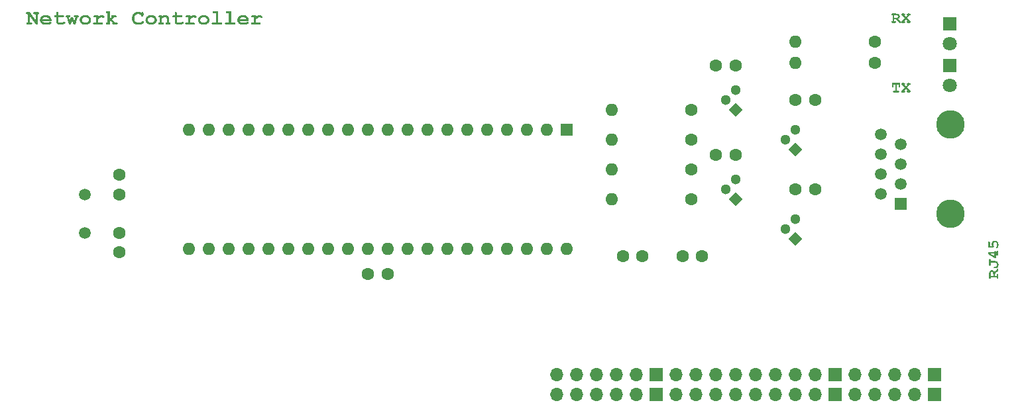
<source format=gbr>
%TF.GenerationSoftware,KiCad,Pcbnew,7.0.10*%
%TF.CreationDate,2024-03-03T15:09:26-07:00*%
%TF.ProjectId,networkv3,6e657477-6f72-46b7-9633-2e6b69636164,rev?*%
%TF.SameCoordinates,Original*%
%TF.FileFunction,Soldermask,Top*%
%TF.FilePolarity,Negative*%
%FSLAX46Y46*%
G04 Gerber Fmt 4.6, Leading zero omitted, Abs format (unit mm)*
G04 Created by KiCad (PCBNEW 7.0.10) date 2024-03-03 15:09:26*
%MOMM*%
%LPD*%
G01*
G04 APERTURE LIST*
G04 Aperture macros list*
%AMRotRect*
0 Rectangle, with rotation*
0 The origin of the aperture is its center*
0 $1 length*
0 $2 width*
0 $3 Rotation angle, in degrees counterclockwise*
0 Add horizontal line*
21,1,$1,$2,0,0,$3*%
G04 Aperture macros list end*
%ADD10C,0.400000*%
%ADD11C,0.300000*%
%ADD12C,1.600000*%
%ADD13O,1.600000X1.600000*%
%ADD14RotRect,1.300000X1.300000X135.000000*%
%ADD15C,1.300000*%
%ADD16C,3.650000*%
%ADD17R,1.500000X1.500000*%
%ADD18C,1.500000*%
%ADD19R,1.600000X1.600000*%
%ADD20R,1.700000X1.700000*%
%ADD21O,1.700000X1.700000*%
%ADD22R,1.800000X1.800000*%
%ADD23C,1.800000*%
G04 APERTURE END LIST*
D10*
G36*
X351011905Y-263904584D02*
G01*
X351011905Y-264708632D01*
X351113510Y-264708632D01*
X351137995Y-264709242D01*
X351160648Y-264711074D01*
X351181470Y-264714127D01*
X351204921Y-264719661D01*
X351225510Y-264727103D01*
X351243237Y-264736453D01*
X351258101Y-264747711D01*
X351272876Y-264763041D01*
X351284594Y-264780088D01*
X351293255Y-264798853D01*
X351298859Y-264819335D01*
X351301407Y-264841534D01*
X351301577Y-264849316D01*
X351300048Y-264872105D01*
X351295463Y-264893211D01*
X351287821Y-264912634D01*
X351277122Y-264930374D01*
X351263366Y-264946431D01*
X351258101Y-264951409D01*
X351239921Y-264964524D01*
X351221621Y-264973380D01*
X351200460Y-264980352D01*
X351176436Y-264985440D01*
X351155157Y-264988153D01*
X351132045Y-264989660D01*
X351113510Y-264990000D01*
X350743726Y-264990000D01*
X350719233Y-264989397D01*
X350696557Y-264987588D01*
X350675697Y-264984573D01*
X350652176Y-264979108D01*
X350631494Y-264971760D01*
X350613651Y-264962526D01*
X350598646Y-264951409D01*
X350584037Y-264935913D01*
X350572451Y-264918734D01*
X350563887Y-264899872D01*
X350558346Y-264879327D01*
X350555827Y-264857099D01*
X350555659Y-264849316D01*
X350557153Y-264826544D01*
X350561635Y-264805489D01*
X350569106Y-264786152D01*
X350579564Y-264768532D01*
X350593011Y-264752630D01*
X350598157Y-264747711D01*
X350615892Y-264734430D01*
X350636854Y-264723897D01*
X350656790Y-264717218D01*
X350678967Y-264712448D01*
X350703387Y-264709586D01*
X350724537Y-264708670D01*
X350730048Y-264708632D01*
X350730048Y-263676950D01*
X350686085Y-263676950D01*
X350661592Y-263676347D01*
X350638915Y-263674538D01*
X350618055Y-263671523D01*
X350594535Y-263666059D01*
X350573853Y-263658710D01*
X350556010Y-263649477D01*
X350541004Y-263638360D01*
X350526396Y-263622864D01*
X350514809Y-263605684D01*
X350506246Y-263586822D01*
X350500704Y-263566277D01*
X350498186Y-263544049D01*
X350498018Y-263536266D01*
X350499529Y-263513494D01*
X350504063Y-263492440D01*
X350511619Y-263473103D01*
X350522198Y-263455483D01*
X350535799Y-263439580D01*
X350541004Y-263434661D01*
X350559351Y-263421380D01*
X350577762Y-263412412D01*
X350599012Y-263405352D01*
X350623100Y-263400200D01*
X350644414Y-263397452D01*
X350667545Y-263395926D01*
X350686085Y-263395582D01*
X351011905Y-263395582D01*
X351731933Y-264477090D01*
X351731933Y-263676950D01*
X351630327Y-263676950D01*
X351605720Y-263676347D01*
X351582944Y-263674538D01*
X351562001Y-263671523D01*
X351542889Y-263667302D01*
X351521575Y-263660330D01*
X351503123Y-263651474D01*
X351484759Y-263638360D01*
X351470150Y-263622864D01*
X351458564Y-263605684D01*
X351450000Y-263586822D01*
X351444459Y-263566277D01*
X351441940Y-263544049D01*
X351441772Y-263536266D01*
X351443283Y-263513494D01*
X351447817Y-263492440D01*
X351455373Y-263473103D01*
X351465952Y-263455483D01*
X351479553Y-263439580D01*
X351484759Y-263434661D01*
X351503123Y-263421380D01*
X351521575Y-263412412D01*
X351542889Y-263405352D01*
X351562001Y-263401078D01*
X351582944Y-263398025D01*
X351605720Y-263396193D01*
X351630327Y-263395582D01*
X351999623Y-263395582D01*
X352024108Y-263396193D01*
X352046762Y-263398025D01*
X352067583Y-263401078D01*
X352091034Y-263406611D01*
X352111623Y-263414053D01*
X352129350Y-263423403D01*
X352144214Y-263434661D01*
X352158989Y-263449991D01*
X352170707Y-263467038D01*
X352179368Y-263485803D01*
X352184972Y-263506285D01*
X352187520Y-263528485D01*
X352187690Y-263536266D01*
X352186196Y-263559055D01*
X352181713Y-263580161D01*
X352174243Y-263599584D01*
X352163784Y-263617324D01*
X352150338Y-263633381D01*
X352145191Y-263638360D01*
X352127657Y-263651474D01*
X352106929Y-263661876D01*
X352087216Y-263668471D01*
X352065284Y-263673181D01*
X352041134Y-263676008D01*
X352020217Y-263676912D01*
X352014766Y-263676950D01*
X352014766Y-264990000D01*
X351735840Y-264990000D01*
X351011905Y-263904584D01*
G37*
G36*
X353036508Y-263770961D02*
G01*
X353057614Y-263771625D01*
X353078502Y-263772731D01*
X353099173Y-263774281D01*
X353119627Y-263776273D01*
X353139863Y-263778708D01*
X353159881Y-263781585D01*
X353179682Y-263784905D01*
X353199265Y-263788668D01*
X353218631Y-263792874D01*
X353237779Y-263797522D01*
X353256710Y-263802613D01*
X353284698Y-263811079D01*
X353312197Y-263820542D01*
X353330258Y-263827404D01*
X353356537Y-263838018D01*
X353381520Y-263848796D01*
X353405206Y-263859737D01*
X353427596Y-263870841D01*
X353448689Y-263882108D01*
X353468486Y-263893538D01*
X353486986Y-263905131D01*
X353504189Y-263916888D01*
X353520096Y-263928808D01*
X353539288Y-263944954D01*
X353543726Y-263949036D01*
X353562014Y-263967200D01*
X353579693Y-263986154D01*
X353596761Y-264005897D01*
X353613221Y-264026431D01*
X353629070Y-264047754D01*
X353644310Y-264069868D01*
X353658940Y-264092771D01*
X353672961Y-264116465D01*
X353686372Y-264140948D01*
X353699173Y-264166222D01*
X353707369Y-264183510D01*
X353715225Y-264202098D01*
X353722309Y-264221228D01*
X353728621Y-264240899D01*
X353734159Y-264261110D01*
X353738925Y-264281863D01*
X353742917Y-264303156D01*
X353746137Y-264324991D01*
X353748585Y-264347366D01*
X353750259Y-264370282D01*
X353751161Y-264393740D01*
X353751332Y-264409678D01*
X353751332Y-264521053D01*
X352596064Y-264521053D01*
X352604904Y-264539132D01*
X352614937Y-264556550D01*
X352626164Y-264573307D01*
X352638585Y-264589403D01*
X352652199Y-264604838D01*
X352667007Y-264619611D01*
X352683008Y-264633723D01*
X352700203Y-264647174D01*
X352718591Y-264659964D01*
X352738173Y-264672093D01*
X352751891Y-264679811D01*
X352773561Y-264690549D01*
X352796621Y-264700230D01*
X352821073Y-264708855D01*
X352846916Y-264716425D01*
X352874150Y-264722938D01*
X352902775Y-264728394D01*
X352922632Y-264731446D01*
X352943106Y-264734027D01*
X352964199Y-264736140D01*
X352985910Y-264737783D01*
X353008239Y-264738956D01*
X353031186Y-264739660D01*
X353054752Y-264739895D01*
X353074755Y-264739635D01*
X353095563Y-264738857D01*
X353117177Y-264737559D01*
X353139596Y-264735743D01*
X353162820Y-264733407D01*
X353186849Y-264730553D01*
X353211684Y-264727179D01*
X353237323Y-264723286D01*
X353263768Y-264718875D01*
X353291019Y-264713944D01*
X353319074Y-264708494D01*
X353347935Y-264702526D01*
X353377601Y-264696038D01*
X353408072Y-264689031D01*
X353439348Y-264681506D01*
X353471430Y-264673461D01*
X353490909Y-264668572D01*
X353515078Y-264662802D01*
X353537185Y-264657886D01*
X353557232Y-264653826D01*
X353579393Y-264649952D01*
X353601736Y-264647067D01*
X353619441Y-264646106D01*
X353640038Y-264647514D01*
X353659329Y-264651738D01*
X353680186Y-264660227D01*
X353699267Y-264672549D01*
X353714207Y-264686161D01*
X353727322Y-264701720D01*
X353737723Y-264718722D01*
X353745411Y-264737166D01*
X353750386Y-264757053D01*
X353752647Y-264778382D01*
X353752798Y-264785812D01*
X353751355Y-264805745D01*
X353746026Y-264827524D01*
X353736769Y-264847713D01*
X353723586Y-264866312D01*
X353711765Y-264878625D01*
X353695500Y-264891249D01*
X353674304Y-264903721D01*
X353655172Y-264912974D01*
X353633266Y-264922142D01*
X353608586Y-264931224D01*
X353581133Y-264940220D01*
X353561290Y-264946169D01*
X353540215Y-264952081D01*
X353517907Y-264957954D01*
X353494366Y-264963789D01*
X353469593Y-264969586D01*
X353443586Y-264975345D01*
X353417029Y-264980905D01*
X353390601Y-264986107D01*
X353364303Y-264990950D01*
X353338135Y-264995434D01*
X353312096Y-264999559D01*
X353286187Y-265003326D01*
X353260408Y-265006734D01*
X353234759Y-265009783D01*
X353209239Y-265012474D01*
X353183849Y-265014805D01*
X353158589Y-265016778D01*
X353133459Y-265018393D01*
X353108458Y-265019648D01*
X353083588Y-265020545D01*
X353058847Y-265021083D01*
X353034235Y-265021263D01*
X353013271Y-265021088D01*
X352992569Y-265020562D01*
X352972131Y-265019687D01*
X352951956Y-265018461D01*
X352932045Y-265016886D01*
X352912396Y-265014960D01*
X352873890Y-265010058D01*
X352836437Y-265003755D01*
X352800037Y-264996052D01*
X352764690Y-264986948D01*
X352730397Y-264976444D01*
X352697157Y-264964539D01*
X352664971Y-264951234D01*
X352633837Y-264936527D01*
X352603757Y-264920421D01*
X352574731Y-264902914D01*
X352546757Y-264884006D01*
X352519837Y-264863697D01*
X352493970Y-264841988D01*
X352469422Y-264819196D01*
X352446457Y-264795758D01*
X352425077Y-264771675D01*
X352405280Y-264746947D01*
X352387066Y-264721575D01*
X352370437Y-264695557D01*
X352355391Y-264668895D01*
X352341929Y-264641587D01*
X352330051Y-264613635D01*
X352319756Y-264585037D01*
X352311046Y-264555795D01*
X352303919Y-264525908D01*
X352298376Y-264495375D01*
X352294416Y-264464198D01*
X352292041Y-264432376D01*
X352291249Y-264399909D01*
X352292103Y-264365450D01*
X352294668Y-264331803D01*
X352298942Y-264298970D01*
X352304178Y-264270949D01*
X352604368Y-264270949D01*
X353439678Y-264270949D01*
X353427236Y-264250830D01*
X353414090Y-264231690D01*
X353400240Y-264213530D01*
X353385686Y-264196348D01*
X353370427Y-264180145D01*
X353354464Y-264164920D01*
X353337798Y-264150675D01*
X353320427Y-264137409D01*
X353302352Y-264125121D01*
X353283573Y-264113813D01*
X353270662Y-264106817D01*
X353250714Y-264097040D01*
X353230070Y-264088224D01*
X353208731Y-264080370D01*
X353186696Y-264073478D01*
X353163966Y-264067548D01*
X353140540Y-264062579D01*
X353116419Y-264058572D01*
X353091602Y-264055526D01*
X353066090Y-264053443D01*
X353039882Y-264052321D01*
X353022023Y-264052107D01*
X352995614Y-264052588D01*
X352969874Y-264054030D01*
X352944803Y-264056435D01*
X352920403Y-264059801D01*
X352896672Y-264064128D01*
X352873611Y-264069418D01*
X352851220Y-264075669D01*
X352829499Y-264082882D01*
X352808447Y-264091056D01*
X352788065Y-264100192D01*
X352774849Y-264106817D01*
X352755588Y-264117473D01*
X352737005Y-264129108D01*
X352719101Y-264141722D01*
X352701874Y-264155315D01*
X352685326Y-264169886D01*
X352669457Y-264185437D01*
X352654266Y-264201966D01*
X352639753Y-264219474D01*
X352625918Y-264237961D01*
X352612762Y-264257427D01*
X352604368Y-264270949D01*
X352304178Y-264270949D01*
X352304926Y-264266949D01*
X352312620Y-264235741D01*
X352322023Y-264205346D01*
X352333136Y-264175764D01*
X352345959Y-264146995D01*
X352360491Y-264119039D01*
X352376734Y-264091896D01*
X352394685Y-264065565D01*
X352414347Y-264040047D01*
X352435718Y-264015343D01*
X352458799Y-263991451D01*
X352483590Y-263968372D01*
X352510090Y-263946106D01*
X352537766Y-263924870D01*
X352565961Y-263905004D01*
X352594675Y-263886508D01*
X352623907Y-263869383D01*
X352653659Y-263853627D01*
X352683930Y-263839242D01*
X352714720Y-263826226D01*
X352746029Y-263814581D01*
X352777857Y-263804305D01*
X352810204Y-263795400D01*
X352843070Y-263787865D01*
X352876454Y-263781700D01*
X352910358Y-263776904D01*
X352944781Y-263773479D01*
X352979723Y-263771424D01*
X353015184Y-263770739D01*
X353036508Y-263770961D01*
G37*
G36*
X354655519Y-264083370D02*
G01*
X354655519Y-264591395D01*
X354656426Y-264615528D01*
X354659145Y-264636943D01*
X354664801Y-264659050D01*
X354673067Y-264677243D01*
X354686010Y-264693518D01*
X354692644Y-264698862D01*
X354712875Y-264710683D01*
X354732255Y-264718697D01*
X354754473Y-264725429D01*
X354779531Y-264730879D01*
X354800187Y-264734125D01*
X354822441Y-264736649D01*
X354846292Y-264738452D01*
X354871740Y-264739534D01*
X354898785Y-264739895D01*
X354925587Y-264739544D01*
X354952137Y-264738490D01*
X354978435Y-264736735D01*
X355004481Y-264734277D01*
X355030276Y-264731117D01*
X355055818Y-264727255D01*
X355081109Y-264722691D01*
X355106147Y-264717424D01*
X355130934Y-264711456D01*
X355155469Y-264704785D01*
X355179752Y-264697412D01*
X355203784Y-264689337D01*
X355227563Y-264680559D01*
X355251090Y-264671079D01*
X355274366Y-264660898D01*
X355297390Y-264650013D01*
X355318491Y-264639881D01*
X355338138Y-264631466D01*
X355359794Y-264623635D01*
X355379354Y-264618277D01*
X355399527Y-264615152D01*
X355407299Y-264614842D01*
X355427317Y-264616285D01*
X355449413Y-264621615D01*
X355470153Y-264630871D01*
X355486851Y-264641931D01*
X355502554Y-264655875D01*
X355516332Y-264671881D01*
X355527260Y-264689123D01*
X355535337Y-264707601D01*
X355540564Y-264727316D01*
X355542940Y-264748268D01*
X355543098Y-264755526D01*
X355541552Y-264775344D01*
X355535842Y-264797163D01*
X355525925Y-264817579D01*
X355514075Y-264833963D01*
X355499134Y-264849316D01*
X355480236Y-264865161D01*
X355463377Y-264876844D01*
X355444218Y-264888356D01*
X355422757Y-264899696D01*
X355398995Y-264910865D01*
X355372931Y-264921861D01*
X355354277Y-264929097D01*
X355334600Y-264936257D01*
X355313901Y-264943340D01*
X355292178Y-264950346D01*
X355269433Y-264957277D01*
X355245665Y-264964131D01*
X355233398Y-264967529D01*
X355208850Y-264974036D01*
X355184786Y-264980123D01*
X355161207Y-264985790D01*
X355138113Y-264991038D01*
X355115503Y-264995865D01*
X355093378Y-265000273D01*
X355071738Y-265004261D01*
X355050582Y-265007829D01*
X355029911Y-265010978D01*
X355009725Y-265013706D01*
X354990023Y-265016015D01*
X354961380Y-265018691D01*
X354933826Y-265020423D01*
X354907364Y-265021210D01*
X354898785Y-265021263D01*
X354866507Y-265020852D01*
X354835252Y-265019622D01*
X354805019Y-265017570D01*
X354775809Y-265014699D01*
X354747622Y-265011006D01*
X354720457Y-265006494D01*
X354694316Y-265001160D01*
X354669197Y-264995006D01*
X354645101Y-264988032D01*
X354622028Y-264980237D01*
X354599977Y-264971622D01*
X354578949Y-264962186D01*
X354558944Y-264951930D01*
X354539962Y-264940853D01*
X354522003Y-264928956D01*
X354505066Y-264916238D01*
X354489213Y-264902923D01*
X354474383Y-264889234D01*
X354460575Y-264875171D01*
X354441782Y-264853375D01*
X354425290Y-264830738D01*
X354411099Y-264807259D01*
X354399209Y-264782939D01*
X354389621Y-264757777D01*
X354382334Y-264731774D01*
X354377348Y-264704929D01*
X354374663Y-264677243D01*
X354374152Y-264658318D01*
X354374152Y-264083370D01*
X354272547Y-264083370D01*
X354247939Y-264082759D01*
X354225163Y-264080928D01*
X354204220Y-264077875D01*
X354185108Y-264073600D01*
X354163794Y-264066540D01*
X354145342Y-264057572D01*
X354126978Y-264044291D01*
X354112369Y-264028795D01*
X354100783Y-264011616D01*
X354092219Y-263992754D01*
X354086678Y-263972209D01*
X354084159Y-263949981D01*
X354083991Y-263942198D01*
X354085502Y-263919741D01*
X354090036Y-263898898D01*
X354097592Y-263879670D01*
X354108171Y-263862056D01*
X354121772Y-263846056D01*
X354126978Y-263841081D01*
X354145342Y-263827800D01*
X354163794Y-263818832D01*
X354185108Y-263811772D01*
X354204220Y-263807498D01*
X354225163Y-263804445D01*
X354247939Y-263802613D01*
X354272547Y-263802002D01*
X354374152Y-263802002D01*
X354374152Y-263550432D01*
X354374762Y-263526183D01*
X354376594Y-263503751D01*
X354379647Y-263483136D01*
X354385181Y-263459921D01*
X354392622Y-263439544D01*
X354401972Y-263422006D01*
X354413230Y-263407306D01*
X354428727Y-263392697D01*
X354445906Y-263381111D01*
X354464768Y-263372547D01*
X354485313Y-263367006D01*
X354507541Y-263364487D01*
X354515324Y-263364319D01*
X354537781Y-263365830D01*
X354558624Y-263370364D01*
X354577852Y-263377920D01*
X354595466Y-263388499D01*
X354611466Y-263402100D01*
X354616441Y-263407306D01*
X354629721Y-263425286D01*
X354638690Y-263443392D01*
X354645750Y-263464337D01*
X354650902Y-263488119D01*
X354653649Y-263509189D01*
X354655176Y-263532075D01*
X354655519Y-263550432D01*
X354655519Y-263802002D01*
X355176245Y-263802002D01*
X355200845Y-263802613D01*
X355223598Y-263804445D01*
X355244503Y-263807498D01*
X355268038Y-263813031D01*
X355288687Y-263820473D01*
X355306449Y-263829823D01*
X355321325Y-263841081D01*
X355336100Y-263856577D01*
X355347818Y-263873756D01*
X355356479Y-263892618D01*
X355362083Y-263913163D01*
X355364631Y-263935391D01*
X355364801Y-263943175D01*
X355363272Y-263965632D01*
X355358687Y-263986474D01*
X355351045Y-264005703D01*
X355340346Y-264023317D01*
X355326590Y-264039317D01*
X355321325Y-264044291D01*
X355303127Y-264057572D01*
X355284788Y-264066540D01*
X355263562Y-264073600D01*
X355239450Y-264078752D01*
X355218083Y-264081500D01*
X355194868Y-264083027D01*
X355176245Y-264083370D01*
X354655519Y-264083370D01*
G37*
G36*
X356407718Y-264491256D02*
G01*
X356212323Y-264990000D01*
X355947076Y-264990000D01*
X355711137Y-264083370D01*
X355687948Y-264082428D01*
X355666620Y-264079601D01*
X355647152Y-264074891D01*
X355626246Y-264066751D01*
X355608020Y-264055897D01*
X355594877Y-264044780D01*
X355581597Y-264029284D01*
X355571064Y-264012105D01*
X355563278Y-263993243D01*
X355558241Y-263972698D01*
X355555951Y-263950470D01*
X355555799Y-263942686D01*
X355557310Y-263919914D01*
X355561844Y-263898860D01*
X355569400Y-263879523D01*
X355579979Y-263861903D01*
X355593580Y-263846000D01*
X355598785Y-263841081D01*
X355617132Y-263827800D01*
X355635543Y-263818832D01*
X355656793Y-263811772D01*
X355680881Y-263806620D01*
X355702195Y-263803872D01*
X355725325Y-263802346D01*
X355743866Y-263802002D01*
X356006182Y-263802002D01*
X356030675Y-263802613D01*
X356053352Y-263804445D01*
X356074212Y-263807498D01*
X356097732Y-263813031D01*
X356118414Y-263820473D01*
X356136257Y-263829823D01*
X356151263Y-263841081D01*
X356166037Y-263856411D01*
X356177755Y-263873459D01*
X356186416Y-263892223D01*
X356192021Y-263912705D01*
X356194568Y-263934905D01*
X356194738Y-263942686D01*
X356192986Y-263965664D01*
X356187731Y-263987337D01*
X356178973Y-264007704D01*
X356166711Y-264026767D01*
X356153817Y-264041655D01*
X356144912Y-264050153D01*
X356128483Y-264061442D01*
X356107039Y-264070395D01*
X356085339Y-264076071D01*
X356065471Y-264079445D01*
X356043375Y-264081781D01*
X356019050Y-264083078D01*
X355999344Y-264083370D01*
X356106810Y-264491256D01*
X356281200Y-264052107D01*
X356531304Y-264052107D01*
X356707159Y-264491256D01*
X356817069Y-264083370D01*
X356792049Y-264082973D01*
X356769258Y-264081782D01*
X356748696Y-264079798D01*
X356726127Y-264076201D01*
X356707041Y-264071364D01*
X356688734Y-264063922D01*
X356679316Y-264057969D01*
X356663860Y-264044734D01*
X356647438Y-264027718D01*
X356634236Y-264010177D01*
X356624254Y-263992112D01*
X356617492Y-263973522D01*
X356613628Y-263950521D01*
X356613370Y-263942686D01*
X356614898Y-263919914D01*
X356619484Y-263898860D01*
X356627126Y-263879523D01*
X356637825Y-263861903D01*
X356651581Y-263846000D01*
X356656845Y-263841081D01*
X356675192Y-263827800D01*
X356693603Y-263818832D01*
X356714853Y-263811772D01*
X356738941Y-263806620D01*
X356760255Y-263803872D01*
X356783385Y-263802346D01*
X356801926Y-263802002D01*
X357067173Y-263802002D01*
X357091659Y-263802613D01*
X357114312Y-263804445D01*
X357135134Y-263807498D01*
X357158585Y-263813031D01*
X357179174Y-263820473D01*
X357196901Y-263829823D01*
X357211765Y-263841081D01*
X357226540Y-263856411D01*
X357238258Y-263873459D01*
X357246919Y-263892223D01*
X357252523Y-263912705D01*
X357255070Y-263934905D01*
X357255240Y-263942686D01*
X357253901Y-263965475D01*
X357249882Y-263986581D01*
X357243185Y-264006004D01*
X357233808Y-264023744D01*
X357221752Y-264039801D01*
X357217138Y-264044780D01*
X357201745Y-264057894D01*
X357183776Y-264068296D01*
X357163231Y-264075984D01*
X357144143Y-264080317D01*
X357123265Y-264082767D01*
X357105275Y-264083370D01*
X356874710Y-264990000D01*
X356613370Y-264990000D01*
X356407718Y-264491256D01*
G37*
G36*
X358112050Y-263771090D02*
G01*
X358135881Y-263772144D01*
X358159601Y-263773899D01*
X358183210Y-263776357D01*
X358206709Y-263779517D01*
X358230097Y-263783379D01*
X358253375Y-263787943D01*
X358276542Y-263793210D01*
X358299598Y-263799178D01*
X358322543Y-263805849D01*
X358345378Y-263813222D01*
X358368102Y-263821297D01*
X358390716Y-263830075D01*
X358413218Y-263839555D01*
X358435611Y-263849737D01*
X358457892Y-263860621D01*
X358479836Y-263872098D01*
X358501092Y-263884060D01*
X358521662Y-263896507D01*
X358541545Y-263909439D01*
X358560741Y-263922855D01*
X358579250Y-263936756D01*
X358597072Y-263951141D01*
X358614207Y-263966011D01*
X358630656Y-263981366D01*
X358646417Y-263997206D01*
X358661491Y-264013530D01*
X358675879Y-264030339D01*
X358689579Y-264047632D01*
X358702593Y-264065411D01*
X358714919Y-264083673D01*
X358726559Y-264102421D01*
X358737562Y-264121384D01*
X358747854Y-264140416D01*
X358757437Y-264159517D01*
X358766310Y-264178686D01*
X358774473Y-264197924D01*
X358781926Y-264217230D01*
X358788669Y-264236606D01*
X358794703Y-264256050D01*
X358800027Y-264275562D01*
X358804641Y-264295144D01*
X358808545Y-264314794D01*
X358811739Y-264334513D01*
X358814223Y-264354300D01*
X358815998Y-264374156D01*
X358817063Y-264394081D01*
X358817418Y-264414075D01*
X358816628Y-264442570D01*
X358814258Y-264470901D01*
X358810308Y-264499070D01*
X358804778Y-264527075D01*
X358797668Y-264554918D01*
X358788978Y-264582597D01*
X358778709Y-264610113D01*
X358770985Y-264628366D01*
X358762558Y-264646547D01*
X358753430Y-264664655D01*
X358743599Y-264682691D01*
X358733066Y-264700654D01*
X358727536Y-264709609D01*
X358715956Y-264727211D01*
X358703684Y-264744360D01*
X358690722Y-264761054D01*
X358677069Y-264777295D01*
X358662726Y-264793081D01*
X358647692Y-264808413D01*
X358631967Y-264823290D01*
X358615551Y-264837714D01*
X358598444Y-264851684D01*
X358580647Y-264865199D01*
X358562159Y-264878260D01*
X358542980Y-264890867D01*
X358523111Y-264903020D01*
X358502550Y-264914719D01*
X358481299Y-264925964D01*
X358459357Y-264936755D01*
X358437070Y-264946988D01*
X358414661Y-264956561D01*
X358392130Y-264965474D01*
X358369476Y-264973727D01*
X358346700Y-264981319D01*
X358323803Y-264988252D01*
X358300783Y-264994524D01*
X358277641Y-265000136D01*
X358254377Y-265005087D01*
X358230990Y-265009379D01*
X358207482Y-265013010D01*
X358183852Y-265015981D01*
X358160099Y-265018292D01*
X358136224Y-265019942D01*
X358112227Y-265020932D01*
X358088108Y-265021263D01*
X358064115Y-265020938D01*
X358040252Y-265019965D01*
X358016518Y-265018343D01*
X357992915Y-265016072D01*
X357969441Y-265013153D01*
X357946096Y-265009585D01*
X357922882Y-265005368D01*
X357899797Y-265000502D01*
X357876842Y-264994987D01*
X357854017Y-264988824D01*
X357831321Y-264982012D01*
X357808756Y-264974551D01*
X357786320Y-264966442D01*
X357764013Y-264957683D01*
X357741837Y-264948276D01*
X357719790Y-264938220D01*
X357698135Y-264927546D01*
X357677132Y-264916406D01*
X357656781Y-264904801D01*
X357637083Y-264892730D01*
X357618038Y-264880193D01*
X357599646Y-264867191D01*
X357581906Y-264853723D01*
X357564818Y-264839790D01*
X357548383Y-264825391D01*
X357532601Y-264810527D01*
X357517471Y-264795197D01*
X357502994Y-264779401D01*
X357489170Y-264763140D01*
X357475998Y-264746413D01*
X357463478Y-264729221D01*
X357451612Y-264711563D01*
X357440491Y-264693561D01*
X357430088Y-264675461D01*
X357420402Y-264657261D01*
X357411434Y-264638961D01*
X357403183Y-264620563D01*
X357395649Y-264602066D01*
X357388833Y-264583469D01*
X357382735Y-264564773D01*
X357377354Y-264545977D01*
X357370628Y-264517599D01*
X357365516Y-264488996D01*
X357362018Y-264460171D01*
X357360135Y-264431122D01*
X357359848Y-264415540D01*
X357641144Y-264415540D01*
X357642277Y-264437660D01*
X357645678Y-264459504D01*
X357651345Y-264481074D01*
X357659279Y-264502369D01*
X357669480Y-264523389D01*
X357681948Y-264544134D01*
X357696682Y-264564605D01*
X357713684Y-264584801D01*
X357732953Y-264604722D01*
X357754488Y-264624368D01*
X357770104Y-264637313D01*
X357786514Y-264649735D01*
X357803382Y-264661355D01*
X357820708Y-264672175D01*
X357838492Y-264682192D01*
X357856734Y-264691409D01*
X357875434Y-264699824D01*
X357894592Y-264707437D01*
X357914207Y-264714249D01*
X357934281Y-264720260D01*
X357954813Y-264725469D01*
X357975802Y-264729877D01*
X357997250Y-264733483D01*
X358019156Y-264736288D01*
X358041519Y-264738292D01*
X358064340Y-264739494D01*
X358087620Y-264739895D01*
X358111075Y-264739494D01*
X358134057Y-264738292D01*
X358156565Y-264736288D01*
X358178600Y-264733483D01*
X358200162Y-264729877D01*
X358221251Y-264725469D01*
X358241867Y-264720260D01*
X358262009Y-264714249D01*
X358281678Y-264707437D01*
X358300874Y-264699824D01*
X358319597Y-264691409D01*
X358337847Y-264682192D01*
X358355623Y-264672175D01*
X358372926Y-264661355D01*
X358389756Y-264649735D01*
X358406113Y-264637313D01*
X358421788Y-264624364D01*
X358436452Y-264611286D01*
X358456552Y-264591425D01*
X358474377Y-264571272D01*
X358489926Y-264550827D01*
X358503199Y-264530090D01*
X358514197Y-264509061D01*
X358522920Y-264487741D01*
X358529367Y-264466128D01*
X358533539Y-264444224D01*
X358535435Y-264422027D01*
X358535561Y-264414563D01*
X358534703Y-264391842D01*
X358532127Y-264369472D01*
X358527833Y-264347454D01*
X358521823Y-264325789D01*
X358514095Y-264304475D01*
X358504649Y-264283514D01*
X358493487Y-264262904D01*
X358480607Y-264242647D01*
X358466009Y-264222742D01*
X358449695Y-264203188D01*
X358437864Y-264190348D01*
X358420868Y-264173608D01*
X358403220Y-264157948D01*
X358384919Y-264143368D01*
X358365965Y-264129868D01*
X358346359Y-264117448D01*
X358326100Y-264106108D01*
X358305189Y-264095847D01*
X358283625Y-264086667D01*
X358261408Y-264078567D01*
X358238539Y-264071547D01*
X358215017Y-264065607D01*
X358190843Y-264060747D01*
X358166016Y-264056967D01*
X358140537Y-264054267D01*
X358114405Y-264052647D01*
X358087620Y-264052107D01*
X358063991Y-264052536D01*
X358040855Y-264053824D01*
X358018211Y-264055971D01*
X357996059Y-264058976D01*
X357974400Y-264062840D01*
X357953233Y-264067563D01*
X357932558Y-264073144D01*
X357912376Y-264079584D01*
X357892685Y-264086883D01*
X357873488Y-264095040D01*
X357854782Y-264104056D01*
X357836569Y-264113931D01*
X357818848Y-264124664D01*
X357801619Y-264136256D01*
X357784883Y-264148707D01*
X357768639Y-264162016D01*
X357753200Y-264175829D01*
X357738757Y-264189913D01*
X357725310Y-264204268D01*
X357707008Y-264226309D01*
X357690947Y-264248959D01*
X357677126Y-264272219D01*
X357665547Y-264296088D01*
X357656209Y-264320568D01*
X357649112Y-264345656D01*
X357644257Y-264371355D01*
X357641642Y-264397663D01*
X357641144Y-264415540D01*
X357359848Y-264415540D01*
X357359776Y-264411632D01*
X357360141Y-264391751D01*
X357361234Y-264371920D01*
X357363056Y-264352138D01*
X357365607Y-264332406D01*
X357368888Y-264312724D01*
X357372897Y-264293091D01*
X357377635Y-264273507D01*
X357383101Y-264253974D01*
X357389297Y-264234490D01*
X357396222Y-264215055D01*
X357403875Y-264195670D01*
X357412258Y-264176335D01*
X357421369Y-264157049D01*
X357431210Y-264137813D01*
X357441779Y-264118627D01*
X357453077Y-264099490D01*
X357465060Y-264080632D01*
X357477684Y-264062281D01*
X357490950Y-264044438D01*
X357504856Y-264027103D01*
X357519404Y-264010275D01*
X357534593Y-263993954D01*
X357550423Y-263978141D01*
X357566894Y-263962836D01*
X357584006Y-263948039D01*
X357601760Y-263933748D01*
X357620154Y-263919966D01*
X357639190Y-263906691D01*
X357658867Y-263893923D01*
X357679185Y-263881664D01*
X357700144Y-263869911D01*
X357721744Y-263858667D01*
X357743726Y-263848019D01*
X357765830Y-263838059D01*
X357788056Y-263828785D01*
X357810404Y-263820198D01*
X357832875Y-263812299D01*
X357855467Y-263805086D01*
X357878182Y-263798560D01*
X357901018Y-263792721D01*
X357923977Y-263787569D01*
X357947058Y-263783104D01*
X357970261Y-263779326D01*
X357993586Y-263776235D01*
X358017034Y-263773830D01*
X358040603Y-263772113D01*
X358064295Y-263771083D01*
X358088108Y-263770739D01*
X358112050Y-263771090D01*
G37*
G36*
X359707927Y-263802002D02*
G01*
X359707927Y-263981765D01*
X359729798Y-263966280D01*
X359751082Y-263951456D01*
X359771777Y-263937292D01*
X359791885Y-263923788D01*
X359811406Y-263910944D01*
X359830338Y-263898761D01*
X359848683Y-263887237D01*
X359866441Y-263876374D01*
X359883610Y-263866171D01*
X359908262Y-263852105D01*
X359931592Y-263839524D01*
X359953600Y-263828429D01*
X359974285Y-263818819D01*
X359987341Y-263813237D01*
X360006459Y-263805643D01*
X360025345Y-263798795D01*
X360044000Y-263792694D01*
X360068512Y-263785722D01*
X360092612Y-263780077D01*
X360116300Y-263775761D01*
X360139575Y-263772773D01*
X360162439Y-263771113D01*
X360179316Y-263770739D01*
X360204980Y-263771606D01*
X360230498Y-263774208D01*
X360255870Y-263778544D01*
X360281096Y-263784615D01*
X360306176Y-263792421D01*
X360331111Y-263801960D01*
X360355899Y-263813235D01*
X360380541Y-263826243D01*
X360405038Y-263840987D01*
X360429388Y-263857464D01*
X360445540Y-263869413D01*
X360461254Y-263881983D01*
X360479801Y-263898809D01*
X360495601Y-263915711D01*
X360508652Y-263932690D01*
X360518956Y-263949745D01*
X360527972Y-263971171D01*
X360532695Y-263992716D01*
X360533468Y-264005701D01*
X360531991Y-264027064D01*
X360527560Y-264047192D01*
X360520176Y-264066082D01*
X360509837Y-264083736D01*
X360496545Y-264100154D01*
X360491458Y-264105352D01*
X360475269Y-264119131D01*
X360457844Y-264130059D01*
X360439182Y-264138136D01*
X360419284Y-264143362D01*
X360398150Y-264145738D01*
X360390830Y-264145896D01*
X360371023Y-264144248D01*
X360350805Y-264139302D01*
X360330174Y-264131058D01*
X360312666Y-264121670D01*
X360294873Y-264109993D01*
X360280432Y-264099002D01*
X360262717Y-264085492D01*
X360245599Y-264074272D01*
X360225844Y-264063831D01*
X360206948Y-264056687D01*
X360185987Y-264052519D01*
X360177362Y-264052107D01*
X360157472Y-264053800D01*
X360134743Y-264058881D01*
X360114517Y-264065384D01*
X360092474Y-264074054D01*
X360068614Y-264084893D01*
X360049528Y-264094444D01*
X360029419Y-264105215D01*
X360008289Y-264117204D01*
X360001018Y-264121472D01*
X359978521Y-264135088D01*
X359954994Y-264149922D01*
X359930436Y-264165977D01*
X359913492Y-264177357D01*
X359896089Y-264189279D01*
X359878229Y-264201743D01*
X359859911Y-264214749D01*
X359841135Y-264228297D01*
X359821901Y-264242386D01*
X359802208Y-264257018D01*
X359782058Y-264272192D01*
X359761450Y-264287907D01*
X359740385Y-264304165D01*
X359718861Y-264320964D01*
X359707927Y-264329567D01*
X359707927Y-264708632D01*
X360108974Y-264708632D01*
X360133459Y-264709242D01*
X360156113Y-264711074D01*
X360176934Y-264714127D01*
X360200385Y-264719661D01*
X360220974Y-264727103D01*
X360238701Y-264736453D01*
X360253565Y-264747711D01*
X360268340Y-264763041D01*
X360280058Y-264780088D01*
X360288719Y-264798853D01*
X360294323Y-264819335D01*
X360296871Y-264841534D01*
X360297041Y-264849316D01*
X360295512Y-264872105D01*
X360290927Y-264893211D01*
X360283285Y-264912634D01*
X360272586Y-264930374D01*
X360258830Y-264946431D01*
X360253565Y-264951409D01*
X360235385Y-264964524D01*
X360217085Y-264973380D01*
X360195924Y-264980352D01*
X360171901Y-264985440D01*
X360150621Y-264988153D01*
X360127509Y-264989660D01*
X360108974Y-264990000D01*
X359258520Y-264990000D01*
X359234027Y-264989397D01*
X359211351Y-264987588D01*
X359190491Y-264984573D01*
X359166971Y-264979108D01*
X359146289Y-264971760D01*
X359128445Y-264962526D01*
X359113440Y-264951409D01*
X359098831Y-264935913D01*
X359087245Y-264918734D01*
X359078681Y-264899872D01*
X359073140Y-264879327D01*
X359070621Y-264857099D01*
X359070453Y-264849316D01*
X359071964Y-264826544D01*
X359076498Y-264805489D01*
X359084054Y-264786152D01*
X359094633Y-264768532D01*
X359108234Y-264752630D01*
X359113440Y-264747711D01*
X359131787Y-264734430D01*
X359150198Y-264725462D01*
X359171448Y-264718401D01*
X359195535Y-264713249D01*
X359216849Y-264710502D01*
X359239980Y-264708975D01*
X359258520Y-264708632D01*
X359426071Y-264708632D01*
X359426071Y-264083370D01*
X359324466Y-264083370D01*
X359299973Y-264082767D01*
X359277296Y-264080958D01*
X359256436Y-264077943D01*
X359232916Y-264072479D01*
X359212234Y-264065130D01*
X359194391Y-264055897D01*
X359179385Y-264044780D01*
X359164777Y-264029284D01*
X359153190Y-264012105D01*
X359144627Y-263993243D01*
X359139085Y-263972698D01*
X359136567Y-263950470D01*
X359136399Y-263942686D01*
X359137910Y-263919914D01*
X359142444Y-263898860D01*
X359150000Y-263879523D01*
X359160579Y-263861903D01*
X359174180Y-263846000D01*
X359179385Y-263841081D01*
X359197732Y-263827800D01*
X359216143Y-263818832D01*
X359237393Y-263811772D01*
X359261481Y-263806620D01*
X359282795Y-263803872D01*
X359305926Y-263802346D01*
X359324466Y-263802002D01*
X359707927Y-263802002D01*
G37*
G36*
X361214905Y-264543524D02*
G01*
X361214905Y-264990000D01*
X360885177Y-264990000D01*
X360860684Y-264989397D01*
X360838008Y-264987588D01*
X360817148Y-264984573D01*
X360793628Y-264979108D01*
X360772946Y-264971760D01*
X360755102Y-264962526D01*
X360740097Y-264951409D01*
X360725488Y-264935913D01*
X360713902Y-264918734D01*
X360705338Y-264899872D01*
X360699797Y-264879327D01*
X360697278Y-264857099D01*
X360697110Y-264849316D01*
X360698656Y-264826544D01*
X360703293Y-264805489D01*
X360711021Y-264786152D01*
X360721840Y-264768532D01*
X360735750Y-264752630D01*
X360741074Y-264747711D01*
X360759535Y-264734430D01*
X360777937Y-264725462D01*
X360799082Y-264718401D01*
X360822969Y-264713249D01*
X360844054Y-264710502D01*
X360866895Y-264708975D01*
X360885177Y-264708632D01*
X360933538Y-264708632D01*
X360933538Y-263551898D01*
X360885177Y-263551898D01*
X360860684Y-263551295D01*
X360838008Y-263549486D01*
X360817148Y-263546471D01*
X360793628Y-263541006D01*
X360772946Y-263533658D01*
X360755102Y-263524425D01*
X360740097Y-263513307D01*
X360725488Y-263497811D01*
X360713902Y-263480632D01*
X360705338Y-263461770D01*
X360699797Y-263441225D01*
X360697278Y-263418997D01*
X360697110Y-263411214D01*
X360698622Y-263388442D01*
X360703155Y-263367387D01*
X360710712Y-263348050D01*
X360721290Y-263330430D01*
X360734892Y-263314528D01*
X360740097Y-263309609D01*
X360758444Y-263296328D01*
X360776855Y-263287360D01*
X360798105Y-263280300D01*
X360822193Y-263275148D01*
X360843507Y-263272400D01*
X360866637Y-263270873D01*
X360885177Y-263270530D01*
X361214905Y-263270530D01*
X361214905Y-264197187D01*
X361434724Y-264028171D01*
X361424873Y-264011129D01*
X361415256Y-263992032D01*
X361407075Y-263971619D01*
X361401732Y-263950752D01*
X361400530Y-263936824D01*
X361402024Y-263915100D01*
X361406506Y-263894990D01*
X361413977Y-263876494D01*
X361424435Y-263859613D01*
X361437882Y-263844346D01*
X361443028Y-263839616D01*
X361461060Y-263826833D01*
X361479288Y-263818201D01*
X361500425Y-263811406D01*
X361524473Y-263806447D01*
X361545806Y-263803802D01*
X361569001Y-263802333D01*
X361587620Y-263802002D01*
X361909043Y-263802002D01*
X361933529Y-263802613D01*
X361956182Y-263804445D01*
X361977004Y-263807498D01*
X362000455Y-263813031D01*
X362021044Y-263820473D01*
X362038771Y-263829823D01*
X362053635Y-263841081D01*
X362068410Y-263856411D01*
X362080128Y-263873459D01*
X362088789Y-263892223D01*
X362094393Y-263912705D01*
X362096941Y-263934905D01*
X362097110Y-263942686D01*
X362095582Y-263965475D01*
X362090997Y-263986581D01*
X362083355Y-264006004D01*
X362072656Y-264023744D01*
X362058900Y-264039801D01*
X362053635Y-264044780D01*
X362035454Y-264057894D01*
X362017155Y-264066751D01*
X361995994Y-264073722D01*
X361971970Y-264078810D01*
X361950691Y-264081523D01*
X361927579Y-264083031D01*
X361909043Y-264083370D01*
X361830397Y-264083370D01*
X361488457Y-264332986D01*
X361948611Y-264708632D01*
X362031165Y-264708632D01*
X362055650Y-264709242D01*
X362078304Y-264711074D01*
X362099125Y-264714127D01*
X362122577Y-264719661D01*
X362143165Y-264727103D01*
X362160892Y-264736453D01*
X362175757Y-264747711D01*
X362190531Y-264763041D01*
X362202249Y-264780088D01*
X362210910Y-264798853D01*
X362216515Y-264819335D01*
X362219062Y-264841534D01*
X362219232Y-264849316D01*
X362217703Y-264872105D01*
X362213118Y-264893211D01*
X362205476Y-264912634D01*
X362194777Y-264930374D01*
X362181021Y-264946431D01*
X362175757Y-264951409D01*
X362157576Y-264964524D01*
X362139277Y-264973380D01*
X362118115Y-264980352D01*
X362094092Y-264985440D01*
X362072812Y-264988153D01*
X362049701Y-264989660D01*
X362031165Y-264990000D01*
X361706810Y-264990000D01*
X361682317Y-264989419D01*
X361659641Y-264987679D01*
X361638781Y-264984779D01*
X361615261Y-264979522D01*
X361594579Y-264972452D01*
X361576735Y-264963570D01*
X361561730Y-264952875D01*
X361547121Y-264937980D01*
X361535535Y-264921505D01*
X361526971Y-264903450D01*
X361521430Y-264883815D01*
X361518911Y-264862600D01*
X361518743Y-264855177D01*
X361520987Y-264832998D01*
X361526483Y-264814062D01*
X361535276Y-264795194D01*
X361547366Y-264776395D01*
X361559959Y-264760781D01*
X361565638Y-264754549D01*
X361267173Y-264503468D01*
X361214905Y-264543524D01*
G37*
G36*
X365249309Y-263489371D02*
G01*
X365260869Y-263469977D01*
X365272897Y-263452827D01*
X365287216Y-263435974D01*
X365302145Y-263422052D01*
X365305973Y-263419030D01*
X365323906Y-263407695D01*
X365342535Y-263400070D01*
X365361859Y-263396155D01*
X365372896Y-263395582D01*
X365395353Y-263397042D01*
X365416195Y-263401421D01*
X365435424Y-263408720D01*
X365453038Y-263418938D01*
X365469038Y-263432076D01*
X365474012Y-263437103D01*
X365487293Y-263454500D01*
X365496261Y-263472067D01*
X365503321Y-263492424D01*
X365508473Y-263515573D01*
X365511221Y-263536101D01*
X365512747Y-263558414D01*
X365513091Y-263576322D01*
X365513091Y-263807376D01*
X365512480Y-263831159D01*
X365510648Y-263853171D01*
X365507595Y-263873413D01*
X365502062Y-263896225D01*
X365494620Y-263916270D01*
X365485270Y-263933548D01*
X365474012Y-263948060D01*
X365458550Y-263962170D01*
X365441474Y-263973362D01*
X365422784Y-263981633D01*
X365402479Y-263986986D01*
X365380561Y-263989419D01*
X365372896Y-263989581D01*
X365352585Y-263988568D01*
X365330800Y-263984824D01*
X365311072Y-263978323D01*
X365293400Y-263969063D01*
X365282037Y-263960760D01*
X365267919Y-263945553D01*
X365257157Y-263928723D01*
X365247631Y-263908390D01*
X365240638Y-263888770D01*
X365234503Y-263866716D01*
X365231235Y-263852316D01*
X365226049Y-263830357D01*
X365219040Y-263810642D01*
X365210207Y-263793171D01*
X365197881Y-263775952D01*
X365192644Y-263770251D01*
X365177898Y-263756443D01*
X365161748Y-263743353D01*
X365144193Y-263730981D01*
X365125233Y-263719326D01*
X365104870Y-263708389D01*
X365083101Y-263698169D01*
X365059929Y-263688666D01*
X365035352Y-263679881D01*
X365016476Y-263673770D01*
X364997582Y-263668260D01*
X364972364Y-263661849D01*
X364947115Y-263656506D01*
X364921836Y-263652232D01*
X364896527Y-263649026D01*
X364871186Y-263646889D01*
X364845816Y-263645820D01*
X364833119Y-263645687D01*
X364809577Y-263646133D01*
X364786396Y-263647473D01*
X364763575Y-263649705D01*
X364741116Y-263652831D01*
X364719016Y-263656850D01*
X364697278Y-263661761D01*
X364675900Y-263667566D01*
X364654883Y-263674263D01*
X364634226Y-263681854D01*
X364613930Y-263690338D01*
X364600600Y-263696489D01*
X364581031Y-263706573D01*
X364561891Y-263717773D01*
X364543181Y-263730089D01*
X364524900Y-263743521D01*
X364507048Y-263758070D01*
X364489626Y-263773735D01*
X364472633Y-263790516D01*
X364456069Y-263808414D01*
X364439935Y-263827427D01*
X364424230Y-263847557D01*
X364413998Y-263861598D01*
X364399507Y-263883320D01*
X364386441Y-263905807D01*
X364374800Y-263929059D01*
X364364585Y-263953074D01*
X364355795Y-263977854D01*
X364348430Y-264003398D01*
X364342491Y-264029706D01*
X364337978Y-264056778D01*
X364334889Y-264084615D01*
X364333226Y-264113215D01*
X364332909Y-264132707D01*
X364332909Y-264301235D01*
X364333486Y-264324440D01*
X364335215Y-264347160D01*
X364338096Y-264369396D01*
X364342130Y-264391147D01*
X364347316Y-264412413D01*
X364353655Y-264433195D01*
X364361146Y-264453491D01*
X364369790Y-264473304D01*
X364379587Y-264492631D01*
X364390536Y-264511474D01*
X364402637Y-264529833D01*
X364415891Y-264547706D01*
X364430297Y-264565095D01*
X364445857Y-264581999D01*
X364462568Y-264598419D01*
X364480432Y-264614354D01*
X364499380Y-264629556D01*
X364519221Y-264643778D01*
X364539955Y-264657018D01*
X364561582Y-264669278D01*
X364584102Y-264680557D01*
X364607515Y-264690855D01*
X364631821Y-264700173D01*
X364657020Y-264708510D01*
X364683112Y-264715866D01*
X364710097Y-264722241D01*
X364737975Y-264727635D01*
X364766746Y-264732049D01*
X364796410Y-264735481D01*
X364826967Y-264737933D01*
X364858417Y-264739404D01*
X364890760Y-264739895D01*
X364919736Y-264739504D01*
X364947861Y-264738332D01*
X364975137Y-264736379D01*
X365001562Y-264733644D01*
X365027138Y-264730127D01*
X365051863Y-264725830D01*
X365075738Y-264720751D01*
X365098763Y-264714890D01*
X365120939Y-264708249D01*
X365142263Y-264700826D01*
X365156008Y-264695443D01*
X365175903Y-264686264D01*
X365196203Y-264674606D01*
X365212735Y-264663493D01*
X365229527Y-264650792D01*
X365246578Y-264636504D01*
X365263889Y-264620628D01*
X365281459Y-264603165D01*
X365290341Y-264593838D01*
X365306158Y-264577918D01*
X365320635Y-264564231D01*
X365335832Y-264551084D01*
X365352692Y-264538646D01*
X365359218Y-264534731D01*
X365378796Y-264526396D01*
X365398311Y-264522135D01*
X365415394Y-264521053D01*
X365436145Y-264522582D01*
X365455900Y-264527167D01*
X365474659Y-264534809D01*
X365492422Y-264545508D01*
X365509189Y-264559264D01*
X365514556Y-264564528D01*
X365528999Y-264581198D01*
X365540454Y-264598967D01*
X365548920Y-264617834D01*
X365554398Y-264637801D01*
X365556889Y-264658867D01*
X365557055Y-264666133D01*
X365555028Y-264688573D01*
X365550243Y-264707693D01*
X365542644Y-264727194D01*
X365532231Y-264747077D01*
X365519002Y-264767342D01*
X365506393Y-264783828D01*
X365499413Y-264792163D01*
X365483239Y-264810116D01*
X365466223Y-264827339D01*
X365448366Y-264843833D01*
X365429667Y-264859597D01*
X365410126Y-264874631D01*
X365389744Y-264888934D01*
X365368521Y-264902509D01*
X365346456Y-264915353D01*
X365323550Y-264927467D01*
X365299802Y-264938852D01*
X365283503Y-264946036D01*
X365261194Y-264955145D01*
X365238600Y-264963667D01*
X365215720Y-264971601D01*
X365192553Y-264978948D01*
X365169100Y-264985706D01*
X365145360Y-264991877D01*
X365121335Y-264997460D01*
X365097023Y-265002456D01*
X365072425Y-265006864D01*
X365047541Y-265010684D01*
X365022371Y-265013916D01*
X364996914Y-265016561D01*
X364971171Y-265018618D01*
X364945142Y-265020087D01*
X364918827Y-265020969D01*
X364892226Y-265021263D01*
X364861155Y-265020881D01*
X364830470Y-265019736D01*
X364800171Y-265017828D01*
X364770257Y-265015157D01*
X364740728Y-265011722D01*
X364711585Y-265007524D01*
X364682827Y-265002563D01*
X364654455Y-264996838D01*
X364626468Y-264990351D01*
X364598867Y-264983100D01*
X364571651Y-264975085D01*
X364544821Y-264966308D01*
X364518376Y-264956767D01*
X364492316Y-264946463D01*
X364466642Y-264935396D01*
X364441353Y-264923565D01*
X364421268Y-264913443D01*
X364401557Y-264902614D01*
X364382220Y-264891079D01*
X364363257Y-264878838D01*
X364344667Y-264865892D01*
X364326452Y-264852239D01*
X364308611Y-264837880D01*
X364291144Y-264822815D01*
X364274051Y-264807044D01*
X364257332Y-264790568D01*
X364240986Y-264773385D01*
X364225015Y-264755496D01*
X364209418Y-264736901D01*
X364194195Y-264717600D01*
X364179346Y-264697593D01*
X364164870Y-264676880D01*
X364151088Y-264655694D01*
X364138195Y-264634267D01*
X364126190Y-264612600D01*
X364115075Y-264590693D01*
X364104850Y-264568545D01*
X364095513Y-264546157D01*
X364087066Y-264523528D01*
X364079508Y-264500659D01*
X364072839Y-264477549D01*
X364067059Y-264454199D01*
X364062168Y-264430609D01*
X364058167Y-264406778D01*
X364055055Y-264382707D01*
X364052832Y-264358395D01*
X364051498Y-264333843D01*
X364051053Y-264309050D01*
X364051053Y-264128311D01*
X364051452Y-264102408D01*
X364052648Y-264076722D01*
X364054642Y-264051254D01*
X364057434Y-264026004D01*
X364061023Y-264000971D01*
X364065410Y-263976155D01*
X364070595Y-263951557D01*
X364076577Y-263927177D01*
X364083356Y-263903014D01*
X364090934Y-263879069D01*
X364099308Y-263855341D01*
X364108481Y-263831830D01*
X364118451Y-263808538D01*
X364129219Y-263785462D01*
X364140784Y-263762605D01*
X364153147Y-263739965D01*
X364166277Y-263717756D01*
X364180021Y-263696192D01*
X364194380Y-263675273D01*
X364209353Y-263654999D01*
X364224941Y-263635370D01*
X364241143Y-263616385D01*
X364257959Y-263598046D01*
X364275390Y-263580352D01*
X364293436Y-263563303D01*
X364312095Y-263546898D01*
X364331370Y-263531139D01*
X364351258Y-263516024D01*
X364371761Y-263501555D01*
X364392879Y-263487730D01*
X364414611Y-263474551D01*
X364436957Y-263462016D01*
X364459755Y-263450186D01*
X364482722Y-263439118D01*
X364505856Y-263428814D01*
X364529159Y-263419274D01*
X364552629Y-263410496D01*
X364576267Y-263402482D01*
X364600073Y-263395231D01*
X364624047Y-263388743D01*
X364648189Y-263383019D01*
X364672499Y-263378058D01*
X364696976Y-263373860D01*
X364721622Y-263370425D01*
X364746436Y-263367754D01*
X364771417Y-263365846D01*
X364796566Y-263364701D01*
X364821884Y-263364319D01*
X364844731Y-263364590D01*
X364867296Y-263365401D01*
X364889577Y-263366753D01*
X364911574Y-263368647D01*
X364933288Y-263371081D01*
X364954719Y-263374056D01*
X364975867Y-263377573D01*
X364996731Y-263381630D01*
X365017312Y-263386228D01*
X365037609Y-263391367D01*
X365050983Y-263395094D01*
X365070822Y-263401152D01*
X365090402Y-263407785D01*
X365109725Y-263414993D01*
X365128790Y-263422777D01*
X365147598Y-263431136D01*
X365166148Y-263440071D01*
X365184440Y-263449580D01*
X365202475Y-263459665D01*
X365220252Y-263470326D01*
X365237772Y-263481561D01*
X365249309Y-263489371D01*
G37*
G36*
X366514004Y-263771090D02*
G01*
X366537835Y-263772144D01*
X366561555Y-263773899D01*
X366585164Y-263776357D01*
X366608663Y-263779517D01*
X366632051Y-263783379D01*
X366655329Y-263787943D01*
X366678496Y-263793210D01*
X366701552Y-263799178D01*
X366724497Y-263805849D01*
X366747332Y-263813222D01*
X366770056Y-263821297D01*
X366792670Y-263830075D01*
X366815172Y-263839555D01*
X366837565Y-263849737D01*
X366859846Y-263860621D01*
X366881790Y-263872098D01*
X366903046Y-263884060D01*
X366923616Y-263896507D01*
X366943499Y-263909439D01*
X366962695Y-263922855D01*
X366981204Y-263936756D01*
X366999026Y-263951141D01*
X367016161Y-263966011D01*
X367032610Y-263981366D01*
X367048371Y-263997206D01*
X367063445Y-264013530D01*
X367077833Y-264030339D01*
X367091533Y-264047632D01*
X367104547Y-264065411D01*
X367116873Y-264083673D01*
X367128513Y-264102421D01*
X367139515Y-264121384D01*
X367149808Y-264140416D01*
X367159391Y-264159517D01*
X367168264Y-264178686D01*
X367176427Y-264197924D01*
X367183880Y-264217230D01*
X367190623Y-264236606D01*
X367196657Y-264256050D01*
X367201981Y-264275562D01*
X367206594Y-264295144D01*
X367210499Y-264314794D01*
X367213693Y-264334513D01*
X367216177Y-264354300D01*
X367217952Y-264374156D01*
X367219017Y-264394081D01*
X367219371Y-264414075D01*
X367218581Y-264442570D01*
X367216212Y-264470901D01*
X367212262Y-264499070D01*
X367206732Y-264527075D01*
X367199622Y-264554918D01*
X367190932Y-264582597D01*
X367180663Y-264610113D01*
X367172939Y-264628366D01*
X367164512Y-264646547D01*
X367155384Y-264664655D01*
X367145553Y-264682691D01*
X367135020Y-264700654D01*
X367129490Y-264709609D01*
X367117910Y-264727211D01*
X367105638Y-264744360D01*
X367092676Y-264761054D01*
X367079023Y-264777295D01*
X367064680Y-264793081D01*
X367049646Y-264808413D01*
X367033921Y-264823290D01*
X367017505Y-264837714D01*
X367000398Y-264851684D01*
X366982601Y-264865199D01*
X366964113Y-264878260D01*
X366944934Y-264890867D01*
X366925065Y-264903020D01*
X366904504Y-264914719D01*
X366883253Y-264925964D01*
X366861311Y-264936755D01*
X366839024Y-264946988D01*
X366816615Y-264956561D01*
X366794084Y-264965474D01*
X366771430Y-264973727D01*
X366748654Y-264981319D01*
X366725757Y-264988252D01*
X366702737Y-264994524D01*
X366679595Y-265000136D01*
X366656331Y-265005087D01*
X366632944Y-265009379D01*
X366609436Y-265013010D01*
X366585806Y-265015981D01*
X366562053Y-265018292D01*
X366538178Y-265019942D01*
X366514181Y-265020932D01*
X366490062Y-265021263D01*
X366466069Y-265020938D01*
X366442206Y-265019965D01*
X366418472Y-265018343D01*
X366394869Y-265016072D01*
X366371395Y-265013153D01*
X366348050Y-265009585D01*
X366324836Y-265005368D01*
X366301751Y-265000502D01*
X366278796Y-264994987D01*
X366255971Y-264988824D01*
X366233275Y-264982012D01*
X366210710Y-264974551D01*
X366188274Y-264966442D01*
X366165967Y-264957683D01*
X366143791Y-264948276D01*
X366121744Y-264938220D01*
X366100089Y-264927546D01*
X366079086Y-264916406D01*
X366058735Y-264904801D01*
X366039037Y-264892730D01*
X366019992Y-264880193D01*
X366001600Y-264867191D01*
X365983859Y-264853723D01*
X365966772Y-264839790D01*
X365950337Y-264825391D01*
X365934555Y-264810527D01*
X365919425Y-264795197D01*
X365904948Y-264779401D01*
X365891124Y-264763140D01*
X365877952Y-264746413D01*
X365865432Y-264729221D01*
X365853565Y-264711563D01*
X365842445Y-264693561D01*
X365832042Y-264675461D01*
X365822356Y-264657261D01*
X365813387Y-264638961D01*
X365805137Y-264620563D01*
X365797603Y-264602066D01*
X365790787Y-264583469D01*
X365784689Y-264564773D01*
X365779308Y-264545977D01*
X365772582Y-264517599D01*
X365767470Y-264488996D01*
X365763972Y-264460171D01*
X365762089Y-264431122D01*
X365761802Y-264415540D01*
X366043098Y-264415540D01*
X366044231Y-264437660D01*
X366047632Y-264459504D01*
X366053299Y-264481074D01*
X366061233Y-264502369D01*
X366071434Y-264523389D01*
X366083902Y-264544134D01*
X366098636Y-264564605D01*
X366115638Y-264584801D01*
X366134906Y-264604722D01*
X366156442Y-264624368D01*
X366172058Y-264637313D01*
X366188468Y-264649735D01*
X366205336Y-264661355D01*
X366222662Y-264672175D01*
X366240446Y-264682192D01*
X366258688Y-264691409D01*
X366277388Y-264699824D01*
X366296546Y-264707437D01*
X366316161Y-264714249D01*
X366336235Y-264720260D01*
X366356767Y-264725469D01*
X366377756Y-264729877D01*
X366399204Y-264733483D01*
X366421109Y-264736288D01*
X366443473Y-264738292D01*
X366466294Y-264739494D01*
X366489574Y-264739895D01*
X366513029Y-264739494D01*
X366536010Y-264738292D01*
X366558519Y-264736288D01*
X366580554Y-264733483D01*
X366602116Y-264729877D01*
X366623205Y-264725469D01*
X366643821Y-264720260D01*
X366663963Y-264714249D01*
X366683632Y-264707437D01*
X366702828Y-264699824D01*
X366721551Y-264691409D01*
X366739801Y-264682192D01*
X366757577Y-264672175D01*
X366774880Y-264661355D01*
X366791710Y-264649735D01*
X366808066Y-264637313D01*
X366823742Y-264624364D01*
X366838406Y-264611286D01*
X366858506Y-264591425D01*
X366876330Y-264571272D01*
X366891879Y-264550827D01*
X366905153Y-264530090D01*
X366916151Y-264509061D01*
X366924874Y-264487741D01*
X366931321Y-264466128D01*
X366935493Y-264444224D01*
X366937389Y-264422027D01*
X366937515Y-264414563D01*
X366936657Y-264391842D01*
X366934081Y-264369472D01*
X366929787Y-264347454D01*
X366923777Y-264325789D01*
X366916049Y-264304475D01*
X366906603Y-264283514D01*
X366895441Y-264262904D01*
X366882561Y-264242647D01*
X366867963Y-264222742D01*
X366851649Y-264203188D01*
X366839818Y-264190348D01*
X366822822Y-264173608D01*
X366805174Y-264157948D01*
X366786873Y-264143368D01*
X366767919Y-264129868D01*
X366748313Y-264117448D01*
X366728054Y-264106108D01*
X366707143Y-264095847D01*
X366685579Y-264086667D01*
X366663362Y-264078567D01*
X366640493Y-264071547D01*
X366616971Y-264065607D01*
X366592797Y-264060747D01*
X366567970Y-264056967D01*
X366542491Y-264054267D01*
X366516358Y-264052647D01*
X366489574Y-264052107D01*
X366465945Y-264052536D01*
X366442809Y-264053824D01*
X366420165Y-264055971D01*
X366398013Y-264058976D01*
X366376354Y-264062840D01*
X366355187Y-264067563D01*
X366334512Y-264073144D01*
X366314330Y-264079584D01*
X366294639Y-264086883D01*
X366275442Y-264095040D01*
X366256736Y-264104056D01*
X366238523Y-264113931D01*
X366220802Y-264124664D01*
X366203573Y-264136256D01*
X366186837Y-264148707D01*
X366170593Y-264162016D01*
X366155154Y-264175829D01*
X366140711Y-264189913D01*
X366127264Y-264204268D01*
X366108962Y-264226309D01*
X366092901Y-264248959D01*
X366079080Y-264272219D01*
X366067501Y-264296088D01*
X366058163Y-264320568D01*
X366051066Y-264345656D01*
X366046211Y-264371355D01*
X366043596Y-264397663D01*
X366043098Y-264415540D01*
X365761802Y-264415540D01*
X365761730Y-264411632D01*
X365762095Y-264391751D01*
X365763188Y-264371920D01*
X365765010Y-264352138D01*
X365767561Y-264332406D01*
X365770842Y-264312724D01*
X365774851Y-264293091D01*
X365779588Y-264273507D01*
X365785055Y-264253974D01*
X365791251Y-264234490D01*
X365798176Y-264215055D01*
X365805829Y-264195670D01*
X365814212Y-264176335D01*
X365823323Y-264157049D01*
X365833164Y-264137813D01*
X365843733Y-264118627D01*
X365855031Y-264099490D01*
X365867014Y-264080632D01*
X365879638Y-264062281D01*
X365892904Y-264044438D01*
X365906810Y-264027103D01*
X365921358Y-264010275D01*
X365936547Y-263993954D01*
X365952377Y-263978141D01*
X365968848Y-263962836D01*
X365985960Y-263948039D01*
X366003714Y-263933748D01*
X366022108Y-263919966D01*
X366041144Y-263906691D01*
X366060821Y-263893923D01*
X366081139Y-263881664D01*
X366102098Y-263869911D01*
X366123698Y-263858667D01*
X366145680Y-263848019D01*
X366167784Y-263838059D01*
X366190010Y-263828785D01*
X366212358Y-263820198D01*
X366234829Y-263812299D01*
X366257421Y-263805086D01*
X366280136Y-263798560D01*
X366302972Y-263792721D01*
X366325931Y-263787569D01*
X366349012Y-263783104D01*
X366372215Y-263779326D01*
X366395540Y-263776235D01*
X366418988Y-263773830D01*
X366442557Y-263772113D01*
X366466249Y-263771083D01*
X366490062Y-263770739D01*
X366514004Y-263771090D01*
G37*
G36*
X367883224Y-263802002D02*
G01*
X367883224Y-263895792D01*
X367902648Y-263880648D01*
X367922577Y-263866482D01*
X367943010Y-263853293D01*
X367963946Y-263841081D01*
X367985386Y-263829846D01*
X368007329Y-263819588D01*
X368029777Y-263810307D01*
X368052728Y-263802002D01*
X368076175Y-263794675D01*
X368100111Y-263788325D01*
X368124535Y-263782951D01*
X368149448Y-263778555D01*
X368174849Y-263775136D01*
X368200739Y-263772693D01*
X368220477Y-263771502D01*
X368240490Y-263770861D01*
X368253984Y-263770739D01*
X368284839Y-263771306D01*
X368314877Y-263773006D01*
X368344098Y-263775840D01*
X368372503Y-263779807D01*
X368400091Y-263784907D01*
X368426862Y-263791141D01*
X368452817Y-263798508D01*
X368477955Y-263807009D01*
X368502276Y-263816644D01*
X368525781Y-263827411D01*
X368548469Y-263839312D01*
X368570340Y-263852347D01*
X368591394Y-263866515D01*
X368611632Y-263881816D01*
X368631053Y-263898251D01*
X368649658Y-263915819D01*
X368663618Y-263930571D01*
X368676677Y-263945884D01*
X368688836Y-263961758D01*
X368700094Y-263978193D01*
X368710451Y-263995189D01*
X368719908Y-264012746D01*
X368728464Y-264030864D01*
X368736120Y-264049542D01*
X368742874Y-264068782D01*
X368748729Y-264088583D01*
X368753682Y-264108945D01*
X368757735Y-264129868D01*
X368760887Y-264151352D01*
X368763139Y-264173396D01*
X368764490Y-264196002D01*
X368764940Y-264219169D01*
X368764940Y-264708632D01*
X368786556Y-264709242D01*
X368806706Y-264711074D01*
X368829832Y-264715081D01*
X368850669Y-264720997D01*
X368869217Y-264728820D01*
X368888451Y-264740727D01*
X368896831Y-264747711D01*
X368911440Y-264763041D01*
X368923026Y-264780088D01*
X368931590Y-264798853D01*
X368937131Y-264819335D01*
X368939650Y-264841534D01*
X368939818Y-264849316D01*
X368938290Y-264872105D01*
X368933704Y-264893211D01*
X368926062Y-264912634D01*
X368915363Y-264930374D01*
X368901607Y-264946431D01*
X368896343Y-264951409D01*
X368877996Y-264964524D01*
X368859585Y-264973380D01*
X368838335Y-264980352D01*
X368814247Y-264985440D01*
X368792933Y-264988153D01*
X368769803Y-264989660D01*
X368751263Y-264990000D01*
X368497250Y-264990000D01*
X368472757Y-264989397D01*
X368450081Y-264987588D01*
X368429221Y-264984573D01*
X368405700Y-264979108D01*
X368385019Y-264971760D01*
X368367175Y-264962526D01*
X368352170Y-264951409D01*
X368337561Y-264935913D01*
X368325975Y-264918734D01*
X368317411Y-264899872D01*
X368311870Y-264879327D01*
X368309351Y-264857099D01*
X368309183Y-264849316D01*
X368310677Y-264826544D01*
X368315159Y-264805489D01*
X368322630Y-264786152D01*
X368333088Y-264768532D01*
X368346535Y-264752630D01*
X368351681Y-264747711D01*
X368369267Y-264734430D01*
X368390150Y-264723897D01*
X368410071Y-264717218D01*
X368432281Y-264712448D01*
X368451699Y-264710006D01*
X368472581Y-264708784D01*
X368483572Y-264708632D01*
X368483572Y-264224542D01*
X368482802Y-264204354D01*
X368479670Y-264181072D01*
X368474129Y-264159961D01*
X368466179Y-264141020D01*
X368455820Y-264124250D01*
X368440210Y-264106991D01*
X368434235Y-264101933D01*
X368417100Y-264090255D01*
X368397935Y-264080134D01*
X368376739Y-264071570D01*
X368353513Y-264064563D01*
X368328257Y-264059114D01*
X368307982Y-264056048D01*
X368286566Y-264053859D01*
X368264007Y-264052545D01*
X368240307Y-264052107D01*
X368216371Y-264052672D01*
X368193168Y-264054366D01*
X368170697Y-264057190D01*
X368148960Y-264061144D01*
X368127955Y-264066227D01*
X368107683Y-264072440D01*
X368088143Y-264079783D01*
X368069337Y-264088255D01*
X368050400Y-264098422D01*
X368030227Y-264111092D01*
X368008818Y-264126265D01*
X367991949Y-264139288D01*
X367974385Y-264153720D01*
X367956126Y-264169559D01*
X367937171Y-264186807D01*
X367917520Y-264205463D01*
X367897174Y-264225527D01*
X367883224Y-264239685D01*
X367883224Y-264708632D01*
X367902883Y-264708859D01*
X367926998Y-264709871D01*
X367948716Y-264711691D01*
X367972494Y-264715104D01*
X367992527Y-264719782D01*
X368011624Y-264727063D01*
X368023419Y-264734521D01*
X368039104Y-264747642D01*
X368055769Y-264764536D01*
X368069167Y-264781979D01*
X368079297Y-264799970D01*
X368086159Y-264818510D01*
X368090080Y-264841483D01*
X368090341Y-264849316D01*
X368088813Y-264872105D01*
X368084228Y-264893211D01*
X368076586Y-264912634D01*
X368065887Y-264930374D01*
X368052131Y-264946431D01*
X368046866Y-264951409D01*
X368028685Y-264964524D01*
X368010386Y-264973380D01*
X367989225Y-264980352D01*
X367965201Y-264985440D01*
X367943922Y-264988153D01*
X367920810Y-264989660D01*
X367902274Y-264990000D01*
X367582316Y-264990000D01*
X367557823Y-264989397D01*
X367535147Y-264987588D01*
X367514287Y-264984573D01*
X367490767Y-264979108D01*
X367470085Y-264971760D01*
X367452241Y-264962526D01*
X367437236Y-264951409D01*
X367422461Y-264935913D01*
X367410743Y-264918734D01*
X367402082Y-264899872D01*
X367396478Y-264879327D01*
X367393931Y-264857099D01*
X367393761Y-264849316D01*
X367396079Y-264826063D01*
X367401553Y-264807263D01*
X367410247Y-264788988D01*
X367422161Y-264771237D01*
X367437295Y-264754011D01*
X367451721Y-264740608D01*
X367459706Y-264734033D01*
X367477839Y-264724135D01*
X367499111Y-264717587D01*
X367520878Y-264713494D01*
X367540936Y-264711112D01*
X367563346Y-264709525D01*
X367588106Y-264708731D01*
X367601367Y-264708632D01*
X367601367Y-264083370D01*
X367579752Y-264082767D01*
X367559602Y-264080958D01*
X367536475Y-264077001D01*
X367515638Y-264071160D01*
X367497091Y-264063434D01*
X367477857Y-264051676D01*
X367469476Y-264044780D01*
X367455033Y-264029284D01*
X367443579Y-264012105D01*
X367435112Y-263993243D01*
X367429634Y-263972698D01*
X367427144Y-263950470D01*
X367426978Y-263942686D01*
X367428489Y-263919914D01*
X367433023Y-263898860D01*
X367440579Y-263879523D01*
X367451158Y-263861903D01*
X367464759Y-263846000D01*
X367469965Y-263841081D01*
X367488311Y-263827800D01*
X367506723Y-263818832D01*
X367527972Y-263811772D01*
X367552060Y-263806620D01*
X367573374Y-263803872D01*
X367596505Y-263802346D01*
X367615045Y-263802002D01*
X367883224Y-263802002D01*
G37*
G36*
X369779036Y-264083370D02*
G01*
X369779036Y-264591395D01*
X369779943Y-264615528D01*
X369782662Y-264636943D01*
X369788318Y-264659050D01*
X369796584Y-264677243D01*
X369809527Y-264693518D01*
X369816161Y-264698862D01*
X369836393Y-264710683D01*
X369855772Y-264718697D01*
X369877990Y-264725429D01*
X369903048Y-264730879D01*
X369923705Y-264734125D01*
X369945958Y-264736649D01*
X369969809Y-264738452D01*
X369995257Y-264739534D01*
X370022302Y-264739895D01*
X370049104Y-264739544D01*
X370075654Y-264738490D01*
X370101952Y-264736735D01*
X370127998Y-264734277D01*
X370153793Y-264731117D01*
X370179335Y-264727255D01*
X370204626Y-264722691D01*
X370229665Y-264717424D01*
X370254451Y-264711456D01*
X370278986Y-264704785D01*
X370303269Y-264697412D01*
X370327301Y-264689337D01*
X370351080Y-264680559D01*
X370374607Y-264671079D01*
X370397883Y-264660898D01*
X370420907Y-264650013D01*
X370442008Y-264639881D01*
X370461655Y-264631466D01*
X370483311Y-264623635D01*
X370502871Y-264618277D01*
X370523044Y-264615152D01*
X370530816Y-264614842D01*
X370550834Y-264616285D01*
X370572930Y-264621615D01*
X370593670Y-264630871D01*
X370610369Y-264641931D01*
X370626071Y-264655875D01*
X370639849Y-264671881D01*
X370650777Y-264689123D01*
X370658855Y-264707601D01*
X370664081Y-264727316D01*
X370666457Y-264748268D01*
X370666615Y-264755526D01*
X370665069Y-264775344D01*
X370659359Y-264797163D01*
X370649442Y-264817579D01*
X370637592Y-264833963D01*
X370622651Y-264849316D01*
X370603753Y-264865161D01*
X370586895Y-264876844D01*
X370567735Y-264888356D01*
X370546274Y-264899696D01*
X370522512Y-264910865D01*
X370496448Y-264921861D01*
X370477794Y-264929097D01*
X370458117Y-264936257D01*
X370437418Y-264943340D01*
X370415696Y-264950346D01*
X370392950Y-264957277D01*
X370369183Y-264964131D01*
X370356915Y-264967529D01*
X370332367Y-264974036D01*
X370308303Y-264980123D01*
X370284724Y-264985790D01*
X370261630Y-264991038D01*
X370239020Y-264995865D01*
X370216895Y-265000273D01*
X370195255Y-265004261D01*
X370174099Y-265007829D01*
X370153428Y-265010978D01*
X370133242Y-265013706D01*
X370113540Y-265016015D01*
X370084897Y-265018691D01*
X370057344Y-265020423D01*
X370030881Y-265021210D01*
X370022302Y-265021263D01*
X369990024Y-265020852D01*
X369958769Y-265019622D01*
X369928536Y-265017570D01*
X369899326Y-265014699D01*
X369871139Y-265011006D01*
X369843975Y-265006494D01*
X369817833Y-265001160D01*
X369792714Y-264995006D01*
X369768618Y-264988032D01*
X369745545Y-264980237D01*
X369723494Y-264971622D01*
X369702466Y-264962186D01*
X369682461Y-264951930D01*
X369663479Y-264940853D01*
X369645520Y-264928956D01*
X369628583Y-264916238D01*
X369612730Y-264902923D01*
X369597900Y-264889234D01*
X369584093Y-264875171D01*
X369565299Y-264853375D01*
X369548807Y-264830738D01*
X369534616Y-264807259D01*
X369522727Y-264782939D01*
X369513138Y-264757777D01*
X369505851Y-264731774D01*
X369500865Y-264704929D01*
X369498180Y-264677243D01*
X369497669Y-264658318D01*
X369497669Y-264083370D01*
X369396064Y-264083370D01*
X369371456Y-264082759D01*
X369348681Y-264080928D01*
X369327737Y-264077875D01*
X369308625Y-264073600D01*
X369287311Y-264066540D01*
X369268859Y-264057572D01*
X369250495Y-264044291D01*
X369235886Y-264028795D01*
X369224300Y-264011616D01*
X369215736Y-263992754D01*
X369210195Y-263972209D01*
X369207676Y-263949981D01*
X369207508Y-263942198D01*
X369209019Y-263919741D01*
X369213553Y-263898898D01*
X369221109Y-263879670D01*
X369231688Y-263862056D01*
X369245290Y-263846056D01*
X369250495Y-263841081D01*
X369268859Y-263827800D01*
X369287311Y-263818832D01*
X369308625Y-263811772D01*
X369327737Y-263807498D01*
X369348681Y-263804445D01*
X369371456Y-263802613D01*
X369396064Y-263802002D01*
X369497669Y-263802002D01*
X369497669Y-263550432D01*
X369498279Y-263526183D01*
X369500111Y-263503751D01*
X369503164Y-263483136D01*
X369508698Y-263459921D01*
X369516140Y-263439544D01*
X369525490Y-263422006D01*
X369536748Y-263407306D01*
X369552244Y-263392697D01*
X369569423Y-263381111D01*
X369588285Y-263372547D01*
X369608830Y-263367006D01*
X369631058Y-263364487D01*
X369638841Y-263364319D01*
X369661298Y-263365830D01*
X369682141Y-263370364D01*
X369701369Y-263377920D01*
X369718983Y-263388499D01*
X369734983Y-263402100D01*
X369739958Y-263407306D01*
X369753238Y-263425286D01*
X369762207Y-263443392D01*
X369769267Y-263464337D01*
X369774419Y-263488119D01*
X369777167Y-263509189D01*
X369778693Y-263532075D01*
X369779036Y-263550432D01*
X369779036Y-263802002D01*
X370299762Y-263802002D01*
X370324362Y-263802613D01*
X370347115Y-263804445D01*
X370368020Y-263807498D01*
X370391555Y-263813031D01*
X370412204Y-263820473D01*
X370429966Y-263829823D01*
X370444842Y-263841081D01*
X370459617Y-263856577D01*
X370471335Y-263873756D01*
X370479996Y-263892618D01*
X370485601Y-263913163D01*
X370488148Y-263935391D01*
X370488318Y-263943175D01*
X370486789Y-263965632D01*
X370482204Y-263986474D01*
X370474562Y-264005703D01*
X370463863Y-264023317D01*
X370450107Y-264039317D01*
X370444842Y-264044291D01*
X370426644Y-264057572D01*
X370408305Y-264066540D01*
X370387079Y-264073600D01*
X370362967Y-264078752D01*
X370341600Y-264081500D01*
X370318385Y-264083027D01*
X370299762Y-264083370D01*
X369779036Y-264083370D01*
G37*
G36*
X371470662Y-263802002D02*
G01*
X371470662Y-263981765D01*
X371492534Y-263966280D01*
X371513817Y-263951456D01*
X371534513Y-263937292D01*
X371554621Y-263923788D01*
X371574141Y-263910944D01*
X371593074Y-263898761D01*
X371611419Y-263887237D01*
X371629176Y-263876374D01*
X371646346Y-263866171D01*
X371670998Y-263852105D01*
X371694328Y-263839524D01*
X371716335Y-263828429D01*
X371737021Y-263818819D01*
X371750076Y-263813237D01*
X371769194Y-263805643D01*
X371788081Y-263798795D01*
X371806735Y-263792694D01*
X371831247Y-263785722D01*
X371855347Y-263780077D01*
X371879035Y-263775761D01*
X371902311Y-263772773D01*
X371925174Y-263771113D01*
X371942051Y-263770739D01*
X371967715Y-263771606D01*
X371993233Y-263774208D01*
X372018606Y-263778544D01*
X372043832Y-263784615D01*
X372068912Y-263792421D01*
X372093846Y-263801960D01*
X372118634Y-263813235D01*
X372143277Y-263826243D01*
X372167773Y-263840987D01*
X372192123Y-263857464D01*
X372208276Y-263869413D01*
X372223989Y-263881983D01*
X372242537Y-263898809D01*
X372258336Y-263915711D01*
X372271388Y-263932690D01*
X372281692Y-263949745D01*
X372290708Y-263971171D01*
X372295430Y-263992716D01*
X372296203Y-264005701D01*
X372294726Y-264027064D01*
X372290296Y-264047192D01*
X372282911Y-264066082D01*
X372272573Y-264083736D01*
X372259281Y-264100154D01*
X372254193Y-264105352D01*
X372238005Y-264119131D01*
X372220580Y-264130059D01*
X372201918Y-264138136D01*
X372182020Y-264143362D01*
X372160885Y-264145738D01*
X372153565Y-264145896D01*
X372133759Y-264144248D01*
X372113540Y-264139302D01*
X372092909Y-264131058D01*
X372075402Y-264121670D01*
X372057609Y-264109993D01*
X372043168Y-264099002D01*
X372025453Y-264085492D01*
X372008334Y-264074272D01*
X371988579Y-264063831D01*
X371969683Y-264056687D01*
X371948722Y-264052519D01*
X371940097Y-264052107D01*
X371920207Y-264053800D01*
X371897479Y-264058881D01*
X371877252Y-264065384D01*
X371855209Y-264074054D01*
X371831350Y-264084893D01*
X371812263Y-264094444D01*
X371792155Y-264105215D01*
X371771024Y-264117204D01*
X371763754Y-264121472D01*
X371741257Y-264135088D01*
X371717729Y-264149922D01*
X371693171Y-264165977D01*
X371676227Y-264177357D01*
X371658825Y-264189279D01*
X371640965Y-264201743D01*
X371622646Y-264214749D01*
X371603870Y-264228297D01*
X371584636Y-264242386D01*
X371564944Y-264257018D01*
X371544794Y-264272192D01*
X371524186Y-264287907D01*
X371503120Y-264304165D01*
X371481596Y-264320964D01*
X371470662Y-264329567D01*
X371470662Y-264708632D01*
X371871709Y-264708632D01*
X371896195Y-264709242D01*
X371918848Y-264711074D01*
X371939670Y-264714127D01*
X371963121Y-264719661D01*
X371983710Y-264727103D01*
X372001436Y-264736453D01*
X372016301Y-264747711D01*
X372031076Y-264763041D01*
X372042794Y-264780088D01*
X372051455Y-264798853D01*
X372057059Y-264819335D01*
X372059606Y-264841534D01*
X372059776Y-264849316D01*
X372058248Y-264872105D01*
X372053662Y-264893211D01*
X372046020Y-264912634D01*
X372035321Y-264930374D01*
X372021566Y-264946431D01*
X372016301Y-264951409D01*
X371998120Y-264964524D01*
X371979821Y-264973380D01*
X371958660Y-264980352D01*
X371934636Y-264985440D01*
X371913356Y-264988153D01*
X371890245Y-264989660D01*
X371871709Y-264990000D01*
X371021256Y-264990000D01*
X370996763Y-264989397D01*
X370974086Y-264987588D01*
X370953226Y-264984573D01*
X370929706Y-264979108D01*
X370909024Y-264971760D01*
X370891181Y-264962526D01*
X370876175Y-264951409D01*
X370861567Y-264935913D01*
X370849980Y-264918734D01*
X370841417Y-264899872D01*
X370835875Y-264879327D01*
X370833357Y-264857099D01*
X370833189Y-264849316D01*
X370834700Y-264826544D01*
X370839234Y-264805489D01*
X370846790Y-264786152D01*
X370857369Y-264768532D01*
X370870970Y-264752630D01*
X370876175Y-264747711D01*
X370894522Y-264734430D01*
X370912933Y-264725462D01*
X370934183Y-264718401D01*
X370958271Y-264713249D01*
X370979585Y-264710502D01*
X371002716Y-264708975D01*
X371021256Y-264708632D01*
X371188806Y-264708632D01*
X371188806Y-264083370D01*
X371087201Y-264083370D01*
X371062708Y-264082767D01*
X371040032Y-264080958D01*
X371019172Y-264077943D01*
X370995652Y-264072479D01*
X370974970Y-264065130D01*
X370957126Y-264055897D01*
X370942121Y-264044780D01*
X370927512Y-264029284D01*
X370915926Y-264012105D01*
X370907362Y-263993243D01*
X370901821Y-263972698D01*
X370899302Y-263950470D01*
X370899134Y-263942686D01*
X370900645Y-263919914D01*
X370905179Y-263898860D01*
X370912735Y-263879523D01*
X370923314Y-263861903D01*
X370936915Y-263846000D01*
X370942121Y-263841081D01*
X370960468Y-263827800D01*
X370978879Y-263818832D01*
X371000129Y-263811772D01*
X371024217Y-263806620D01*
X371045531Y-263803872D01*
X371068661Y-263802346D01*
X371087201Y-263802002D01*
X371470662Y-263802002D01*
G37*
G36*
X373235567Y-263771090D02*
G01*
X373259398Y-263772144D01*
X373283118Y-263773899D01*
X373306728Y-263776357D01*
X373330226Y-263779517D01*
X373353615Y-263783379D01*
X373376892Y-263787943D01*
X373400059Y-263793210D01*
X373423115Y-263799178D01*
X373446060Y-263805849D01*
X373468895Y-263813222D01*
X373491619Y-263821297D01*
X373514233Y-263830075D01*
X373536736Y-263839555D01*
X373559128Y-263849737D01*
X373581409Y-263860621D01*
X373603353Y-263872098D01*
X373624610Y-263884060D01*
X373645179Y-263896507D01*
X373665062Y-263909439D01*
X373684258Y-263922855D01*
X373702767Y-263936756D01*
X373720589Y-263951141D01*
X373737725Y-263966011D01*
X373754173Y-263981366D01*
X373769934Y-263997206D01*
X373785008Y-264013530D01*
X373799396Y-264030339D01*
X373813096Y-264047632D01*
X373826110Y-264065411D01*
X373838437Y-264083673D01*
X373850076Y-264102421D01*
X373861079Y-264121384D01*
X373871371Y-264140416D01*
X373880954Y-264159517D01*
X373889827Y-264178686D01*
X373897990Y-264197924D01*
X373905443Y-264217230D01*
X373912186Y-264236606D01*
X373918220Y-264256050D01*
X373923544Y-264275562D01*
X373928158Y-264295144D01*
X373932062Y-264314794D01*
X373935256Y-264334513D01*
X373937740Y-264354300D01*
X373939515Y-264374156D01*
X373940580Y-264394081D01*
X373940935Y-264414075D01*
X373940145Y-264442570D01*
X373937775Y-264470901D01*
X373933825Y-264499070D01*
X373928295Y-264527075D01*
X373921185Y-264554918D01*
X373912496Y-264582597D01*
X373902226Y-264610113D01*
X373894502Y-264628366D01*
X373886075Y-264646547D01*
X373876947Y-264664655D01*
X373867116Y-264682691D01*
X373856583Y-264700654D01*
X373851053Y-264709609D01*
X373839473Y-264727211D01*
X373827201Y-264744360D01*
X373814239Y-264761054D01*
X373800587Y-264777295D01*
X373786243Y-264793081D01*
X373771209Y-264808413D01*
X373755484Y-264823290D01*
X373739068Y-264837714D01*
X373721961Y-264851684D01*
X373704164Y-264865199D01*
X373685676Y-264878260D01*
X373666497Y-264890867D01*
X373646628Y-264903020D01*
X373626067Y-264914719D01*
X373604816Y-264925964D01*
X373582875Y-264936755D01*
X373560587Y-264946988D01*
X373538178Y-264956561D01*
X373515647Y-264965474D01*
X373492993Y-264973727D01*
X373470218Y-264981319D01*
X373447320Y-264988252D01*
X373424300Y-264994524D01*
X373401158Y-265000136D01*
X373377894Y-265005087D01*
X373354508Y-265009379D01*
X373330999Y-265013010D01*
X373307369Y-265015981D01*
X373283616Y-265018292D01*
X373259741Y-265019942D01*
X373235744Y-265020932D01*
X373211625Y-265021263D01*
X373187632Y-265020938D01*
X373163769Y-265019965D01*
X373140036Y-265018343D01*
X373116432Y-265016072D01*
X373092958Y-265013153D01*
X373069614Y-265009585D01*
X373046399Y-265005368D01*
X373023314Y-265000502D01*
X373000359Y-264994987D01*
X372977534Y-264988824D01*
X372954838Y-264982012D01*
X372932273Y-264974551D01*
X372909837Y-264966442D01*
X372887530Y-264957683D01*
X372865354Y-264948276D01*
X372843307Y-264938220D01*
X372821652Y-264927546D01*
X372800649Y-264916406D01*
X372780298Y-264904801D01*
X372760601Y-264892730D01*
X372741555Y-264880193D01*
X372723163Y-264867191D01*
X372705423Y-264853723D01*
X372688335Y-264839790D01*
X372671900Y-264825391D01*
X372656118Y-264810527D01*
X372640988Y-264795197D01*
X372626511Y-264779401D01*
X372612687Y-264763140D01*
X372599515Y-264746413D01*
X372586995Y-264729221D01*
X372575129Y-264711563D01*
X372564008Y-264693561D01*
X372553605Y-264675461D01*
X372543919Y-264657261D01*
X372534951Y-264638961D01*
X372526700Y-264620563D01*
X372519166Y-264602066D01*
X372512351Y-264583469D01*
X372506252Y-264564773D01*
X372500871Y-264545977D01*
X372494145Y-264517599D01*
X372489033Y-264488996D01*
X372485535Y-264460171D01*
X372483652Y-264431122D01*
X372483365Y-264415540D01*
X372764661Y-264415540D01*
X372765794Y-264437660D01*
X372769195Y-264459504D01*
X372774862Y-264481074D01*
X372782796Y-264502369D01*
X372792997Y-264523389D01*
X372805465Y-264544134D01*
X372820200Y-264564605D01*
X372837201Y-264584801D01*
X372856470Y-264604722D01*
X372878005Y-264624368D01*
X372893621Y-264637313D01*
X372910031Y-264649735D01*
X372926899Y-264661355D01*
X372944225Y-264672175D01*
X372962009Y-264682192D01*
X372980251Y-264691409D01*
X372998951Y-264699824D01*
X373018109Y-264707437D01*
X373037725Y-264714249D01*
X373057798Y-264720260D01*
X373078330Y-264725469D01*
X373099320Y-264729877D01*
X373120767Y-264733483D01*
X373142673Y-264736288D01*
X373165036Y-264738292D01*
X373187858Y-264739494D01*
X373211137Y-264739895D01*
X373234592Y-264739494D01*
X373257574Y-264738292D01*
X373280082Y-264736288D01*
X373302117Y-264733483D01*
X373323679Y-264729877D01*
X373344768Y-264725469D01*
X373365384Y-264720260D01*
X373385526Y-264714249D01*
X373405196Y-264707437D01*
X373424392Y-264699824D01*
X373443114Y-264691409D01*
X373461364Y-264682192D01*
X373479140Y-264672175D01*
X373496443Y-264661355D01*
X373513273Y-264649735D01*
X373529630Y-264637313D01*
X373545305Y-264624364D01*
X373559969Y-264611286D01*
X373580069Y-264591425D01*
X373597894Y-264571272D01*
X373613443Y-264550827D01*
X373626716Y-264530090D01*
X373637714Y-264509061D01*
X373646437Y-264487741D01*
X373652884Y-264466128D01*
X373657056Y-264444224D01*
X373658952Y-264422027D01*
X373659078Y-264414563D01*
X373658220Y-264391842D01*
X373655644Y-264369472D01*
X373651350Y-264347454D01*
X373645340Y-264325789D01*
X373637612Y-264304475D01*
X373628166Y-264283514D01*
X373617004Y-264262904D01*
X373604124Y-264242647D01*
X373589526Y-264222742D01*
X373573212Y-264203188D01*
X373561381Y-264190348D01*
X373544385Y-264173608D01*
X373526737Y-264157948D01*
X373508436Y-264143368D01*
X373489482Y-264129868D01*
X373469876Y-264117448D01*
X373449617Y-264106108D01*
X373428706Y-264095847D01*
X373407142Y-264086667D01*
X373384925Y-264078567D01*
X373362056Y-264071547D01*
X373338534Y-264065607D01*
X373314360Y-264060747D01*
X373289533Y-264056967D01*
X373264054Y-264054267D01*
X373237922Y-264052647D01*
X373211137Y-264052107D01*
X373187508Y-264052536D01*
X373164372Y-264053824D01*
X373141728Y-264055971D01*
X373119576Y-264058976D01*
X373097917Y-264062840D01*
X373076750Y-264067563D01*
X373056075Y-264073144D01*
X373035893Y-264079584D01*
X373016203Y-264086883D01*
X372997005Y-264095040D01*
X372978299Y-264104056D01*
X372960086Y-264113931D01*
X372942365Y-264124664D01*
X372925136Y-264136256D01*
X372908400Y-264148707D01*
X372892156Y-264162016D01*
X372876717Y-264175829D01*
X372862274Y-264189913D01*
X372848828Y-264204268D01*
X372830525Y-264226309D01*
X372814464Y-264248959D01*
X372800643Y-264272219D01*
X372789064Y-264296088D01*
X372779726Y-264320568D01*
X372772629Y-264345656D01*
X372767774Y-264371355D01*
X372765159Y-264397663D01*
X372764661Y-264415540D01*
X372483365Y-264415540D01*
X372483293Y-264411632D01*
X372483658Y-264391751D01*
X372484751Y-264371920D01*
X372486573Y-264352138D01*
X372489125Y-264332406D01*
X372492405Y-264312724D01*
X372496414Y-264293091D01*
X372501152Y-264273507D01*
X372506618Y-264253974D01*
X372512814Y-264234490D01*
X372519739Y-264215055D01*
X372527392Y-264195670D01*
X372535775Y-264176335D01*
X372544886Y-264157049D01*
X372554727Y-264137813D01*
X372565296Y-264118627D01*
X372576594Y-264099490D01*
X372588577Y-264080632D01*
X372601202Y-264062281D01*
X372614467Y-264044438D01*
X372628374Y-264027103D01*
X372642921Y-264010275D01*
X372658110Y-263993954D01*
X372673940Y-263978141D01*
X372690411Y-263962836D01*
X372707523Y-263948039D01*
X372725277Y-263933748D01*
X372743671Y-263919966D01*
X372762707Y-263906691D01*
X372782384Y-263893923D01*
X372802702Y-263881664D01*
X372823661Y-263869911D01*
X372845261Y-263858667D01*
X372867243Y-263848019D01*
X372889347Y-263838059D01*
X372911573Y-263828785D01*
X372933921Y-263820198D01*
X372956392Y-263812299D01*
X372978984Y-263805086D01*
X373001699Y-263798560D01*
X373024535Y-263792721D01*
X373047494Y-263787569D01*
X373070575Y-263783104D01*
X373093778Y-263779326D01*
X373117103Y-263776235D01*
X373140551Y-263773830D01*
X373164120Y-263772113D01*
X373187812Y-263771083D01*
X373211625Y-263770739D01*
X373235567Y-263771090D01*
G37*
G36*
X375030746Y-263270530D02*
G01*
X375030746Y-264708632D01*
X375368290Y-264708632D01*
X375392890Y-264709242D01*
X375415642Y-264711074D01*
X375436548Y-264714127D01*
X375460083Y-264719661D01*
X375480731Y-264727103D01*
X375498494Y-264736453D01*
X375513370Y-264747711D01*
X375528145Y-264763041D01*
X375539863Y-264780088D01*
X375548524Y-264798853D01*
X375554128Y-264819335D01*
X375556675Y-264841534D01*
X375556845Y-264849316D01*
X375555317Y-264872105D01*
X375550732Y-264893211D01*
X375543089Y-264912634D01*
X375532390Y-264930374D01*
X375518635Y-264946431D01*
X375513370Y-264951409D01*
X375495172Y-264964524D01*
X375476832Y-264973380D01*
X375455607Y-264980352D01*
X375431495Y-264985440D01*
X375410127Y-264988153D01*
X375386913Y-264989660D01*
X375368290Y-264990000D01*
X374410858Y-264990000D01*
X374386365Y-264989397D01*
X374363688Y-264987588D01*
X374342829Y-264984573D01*
X374319308Y-264979108D01*
X374298626Y-264971760D01*
X374280783Y-264962526D01*
X374265778Y-264951409D01*
X374251169Y-264935913D01*
X374239583Y-264918734D01*
X374231019Y-264899872D01*
X374225478Y-264879327D01*
X374222959Y-264857099D01*
X374222791Y-264849316D01*
X374224302Y-264826544D01*
X374228836Y-264805489D01*
X374236392Y-264786152D01*
X374246971Y-264768532D01*
X374260572Y-264752630D01*
X374265778Y-264747711D01*
X374284124Y-264734430D01*
X374302536Y-264725462D01*
X374323785Y-264718401D01*
X374347873Y-264713249D01*
X374369187Y-264710502D01*
X374392318Y-264708975D01*
X374410858Y-264708632D01*
X374748890Y-264708632D01*
X374748890Y-263551898D01*
X374522233Y-263551898D01*
X374498075Y-263551295D01*
X374475674Y-263549486D01*
X374455028Y-263546471D01*
X374431689Y-263541006D01*
X374411093Y-263533658D01*
X374393239Y-263524425D01*
X374378129Y-263513307D01*
X374363189Y-263497811D01*
X374351339Y-263480632D01*
X374342581Y-263461770D01*
X374336913Y-263441225D01*
X374334337Y-263418997D01*
X374334166Y-263411214D01*
X374335677Y-263388442D01*
X374340211Y-263367387D01*
X374347767Y-263348050D01*
X374358346Y-263330430D01*
X374371947Y-263314528D01*
X374377152Y-263309609D01*
X374395499Y-263296328D01*
X374413910Y-263287360D01*
X374435160Y-263280300D01*
X374459248Y-263275148D01*
X374480562Y-263272400D01*
X374503693Y-263270873D01*
X374522233Y-263270530D01*
X375030746Y-263270530D01*
G37*
G36*
X376711137Y-263270530D02*
G01*
X376711137Y-264708632D01*
X377048681Y-264708632D01*
X377073280Y-264709242D01*
X377096033Y-264711074D01*
X377116939Y-264714127D01*
X377140473Y-264719661D01*
X377161122Y-264727103D01*
X377178884Y-264736453D01*
X377193761Y-264747711D01*
X377208536Y-264763041D01*
X377220254Y-264780088D01*
X377228915Y-264798853D01*
X377234519Y-264819335D01*
X377237066Y-264841534D01*
X377237236Y-264849316D01*
X377235708Y-264872105D01*
X377231122Y-264893211D01*
X377223480Y-264912634D01*
X377212781Y-264930374D01*
X377199025Y-264946431D01*
X377193761Y-264951409D01*
X377175563Y-264964524D01*
X377157223Y-264973380D01*
X377135997Y-264980352D01*
X377111886Y-264985440D01*
X377090518Y-264988153D01*
X377067304Y-264989660D01*
X377048681Y-264990000D01*
X376091249Y-264990000D01*
X376066756Y-264989397D01*
X376044079Y-264987588D01*
X376023219Y-264984573D01*
X375999699Y-264979108D01*
X375979017Y-264971760D01*
X375961174Y-264962526D01*
X375946168Y-264951409D01*
X375931560Y-264935913D01*
X375919973Y-264918734D01*
X375911410Y-264899872D01*
X375905868Y-264879327D01*
X375903350Y-264857099D01*
X375903182Y-264849316D01*
X375904693Y-264826544D01*
X375909227Y-264805489D01*
X375916783Y-264786152D01*
X375927362Y-264768532D01*
X375940963Y-264752630D01*
X375946168Y-264747711D01*
X375964515Y-264734430D01*
X375982926Y-264725462D01*
X376004176Y-264718401D01*
X376028264Y-264713249D01*
X376049578Y-264710502D01*
X376072709Y-264708975D01*
X376091249Y-264708632D01*
X376429281Y-264708632D01*
X376429281Y-263551898D01*
X376202623Y-263551898D01*
X376178466Y-263551295D01*
X376156065Y-263549486D01*
X376135418Y-263546471D01*
X376112079Y-263541006D01*
X376091483Y-263533658D01*
X376073630Y-263524425D01*
X376058520Y-263513307D01*
X376043579Y-263497811D01*
X376031730Y-263480632D01*
X376022971Y-263461770D01*
X376017304Y-263441225D01*
X376014728Y-263418997D01*
X376014556Y-263411214D01*
X376016068Y-263388442D01*
X376020601Y-263367387D01*
X376028158Y-263348050D01*
X376038736Y-263330430D01*
X376052338Y-263314528D01*
X376057543Y-263309609D01*
X376075890Y-263296328D01*
X376094301Y-263287360D01*
X376115551Y-263280300D01*
X376139639Y-263275148D01*
X376160953Y-263272400D01*
X376184083Y-263270873D01*
X376202623Y-263270530D01*
X376711137Y-263270530D01*
G37*
G36*
X378242370Y-263770961D02*
G01*
X378263476Y-263771625D01*
X378284364Y-263772731D01*
X378305035Y-263774281D01*
X378325489Y-263776273D01*
X378345725Y-263778708D01*
X378365743Y-263781585D01*
X378385544Y-263784905D01*
X378405127Y-263788668D01*
X378424493Y-263792874D01*
X378443641Y-263797522D01*
X378462572Y-263802613D01*
X378490560Y-263811079D01*
X378518059Y-263820542D01*
X378536120Y-263827404D01*
X378562399Y-263838018D01*
X378587382Y-263848796D01*
X378611068Y-263859737D01*
X378633458Y-263870841D01*
X378654551Y-263882108D01*
X378674348Y-263893538D01*
X378692848Y-263905131D01*
X378710051Y-263916888D01*
X378725958Y-263928808D01*
X378745150Y-263944954D01*
X378749588Y-263949036D01*
X378767876Y-263967200D01*
X378785554Y-263986154D01*
X378802623Y-264005897D01*
X378819082Y-264026431D01*
X378834932Y-264047754D01*
X378850172Y-264069868D01*
X378864802Y-264092771D01*
X378878823Y-264116465D01*
X378892234Y-264140948D01*
X378905035Y-264166222D01*
X378913230Y-264183510D01*
X378921087Y-264202098D01*
X378928171Y-264221228D01*
X378934482Y-264240899D01*
X378940021Y-264261110D01*
X378944786Y-264281863D01*
X378948779Y-264303156D01*
X378951999Y-264324991D01*
X378954446Y-264347366D01*
X378956121Y-264370282D01*
X378957022Y-264393740D01*
X378957194Y-264409678D01*
X378957194Y-264521053D01*
X377801926Y-264521053D01*
X377810765Y-264539132D01*
X377820799Y-264556550D01*
X377832026Y-264573307D01*
X377844447Y-264589403D01*
X377858061Y-264604838D01*
X377872869Y-264619611D01*
X377888870Y-264633723D01*
X377906065Y-264647174D01*
X377924453Y-264659964D01*
X377944035Y-264672093D01*
X377957752Y-264679811D01*
X377979422Y-264690549D01*
X378002483Y-264700230D01*
X378026935Y-264708855D01*
X378052778Y-264716425D01*
X378080012Y-264722938D01*
X378108637Y-264728394D01*
X378128493Y-264731446D01*
X378148968Y-264734027D01*
X378170061Y-264736140D01*
X378191771Y-264737783D01*
X378214101Y-264738956D01*
X378237048Y-264739660D01*
X378260614Y-264739895D01*
X378280617Y-264739635D01*
X378301425Y-264738857D01*
X378323039Y-264737559D01*
X378345457Y-264735743D01*
X378368682Y-264733407D01*
X378392711Y-264730553D01*
X378417545Y-264727179D01*
X378443185Y-264723286D01*
X378469630Y-264718875D01*
X378496880Y-264713944D01*
X378524936Y-264708494D01*
X378553797Y-264702526D01*
X378583463Y-264696038D01*
X378613934Y-264689031D01*
X378645210Y-264681506D01*
X378677292Y-264673461D01*
X378696771Y-264668572D01*
X378720939Y-264662802D01*
X378743047Y-264657886D01*
X378763094Y-264653826D01*
X378785255Y-264649952D01*
X378807597Y-264647067D01*
X378825303Y-264646106D01*
X378845900Y-264647514D01*
X378865191Y-264651738D01*
X378886048Y-264660227D01*
X378905128Y-264672549D01*
X378920069Y-264686161D01*
X378933184Y-264701720D01*
X378943585Y-264718722D01*
X378951273Y-264737166D01*
X378956248Y-264757053D01*
X378958509Y-264778382D01*
X378958660Y-264785812D01*
X378957217Y-264805745D01*
X378951888Y-264827524D01*
X378942631Y-264847713D01*
X378929448Y-264866312D01*
X378917627Y-264878625D01*
X378901362Y-264891249D01*
X378880166Y-264903721D01*
X378861034Y-264912974D01*
X378839128Y-264922142D01*
X378814448Y-264931224D01*
X378786995Y-264940220D01*
X378767152Y-264946169D01*
X378746077Y-264952081D01*
X378723769Y-264957954D01*
X378700228Y-264963789D01*
X378675454Y-264969586D01*
X378649448Y-264975345D01*
X378622891Y-264980905D01*
X378596463Y-264986107D01*
X378570165Y-264990950D01*
X378543996Y-264995434D01*
X378517958Y-264999559D01*
X378492049Y-265003326D01*
X378466270Y-265006734D01*
X378440621Y-265009783D01*
X378415101Y-265012474D01*
X378389711Y-265014805D01*
X378364451Y-265016778D01*
X378339321Y-265018393D01*
X378314320Y-265019648D01*
X378289450Y-265020545D01*
X378264708Y-265021083D01*
X378240097Y-265021263D01*
X378219132Y-265021088D01*
X378198431Y-265020562D01*
X378177993Y-265019687D01*
X378157818Y-265018461D01*
X378137906Y-265016886D01*
X378118258Y-265014960D01*
X378079752Y-265010058D01*
X378042299Y-265003755D01*
X378005899Y-264996052D01*
X377970552Y-264986948D01*
X377936259Y-264976444D01*
X377903019Y-264964539D01*
X377870833Y-264951234D01*
X377839699Y-264936527D01*
X377809619Y-264920421D01*
X377780592Y-264902914D01*
X377752619Y-264884006D01*
X377725699Y-264863697D01*
X377699832Y-264841988D01*
X377675284Y-264819196D01*
X377652319Y-264795758D01*
X377630938Y-264771675D01*
X377611141Y-264746947D01*
X377592928Y-264721575D01*
X377576299Y-264695557D01*
X377561253Y-264668895D01*
X377547791Y-264641587D01*
X377535913Y-264613635D01*
X377525618Y-264585037D01*
X377516907Y-264555795D01*
X377509781Y-264525908D01*
X377504237Y-264495375D01*
X377500278Y-264464198D01*
X377497902Y-264432376D01*
X377497110Y-264399909D01*
X377497965Y-264365450D01*
X377500530Y-264331803D01*
X377504804Y-264298970D01*
X377510040Y-264270949D01*
X377810230Y-264270949D01*
X378645540Y-264270949D01*
X378633098Y-264250830D01*
X378619952Y-264231690D01*
X378606102Y-264213530D01*
X378591547Y-264196348D01*
X378576289Y-264180145D01*
X378560326Y-264164920D01*
X378543660Y-264150675D01*
X378526289Y-264137409D01*
X378508214Y-264125121D01*
X378489435Y-264113813D01*
X378476524Y-264106817D01*
X378456576Y-264097040D01*
X378435932Y-264088224D01*
X378414593Y-264080370D01*
X378392558Y-264073478D01*
X378369828Y-264067548D01*
X378346402Y-264062579D01*
X378322281Y-264058572D01*
X378297464Y-264055526D01*
X378271951Y-264053443D01*
X378245743Y-264052321D01*
X378227885Y-264052107D01*
X378201475Y-264052588D01*
X378175735Y-264054030D01*
X378150665Y-264056435D01*
X378126265Y-264059801D01*
X378102534Y-264064128D01*
X378079473Y-264069418D01*
X378057082Y-264075669D01*
X378035361Y-264082882D01*
X378014309Y-264091056D01*
X377993927Y-264100192D01*
X377980711Y-264106817D01*
X377961450Y-264117473D01*
X377942867Y-264129108D01*
X377924962Y-264141722D01*
X377907736Y-264155315D01*
X377891188Y-264169886D01*
X377875319Y-264185437D01*
X377860127Y-264201966D01*
X377845614Y-264219474D01*
X377831780Y-264237961D01*
X377818624Y-264257427D01*
X377810230Y-264270949D01*
X377510040Y-264270949D01*
X377510788Y-264266949D01*
X377518482Y-264235741D01*
X377527885Y-264205346D01*
X377538998Y-264175764D01*
X377551821Y-264146995D01*
X377566353Y-264119039D01*
X377582595Y-264091896D01*
X377600547Y-264065565D01*
X377620209Y-264040047D01*
X377641580Y-264015343D01*
X377664661Y-263991451D01*
X377689452Y-263968372D01*
X377715952Y-263946106D01*
X377743628Y-263924870D01*
X377771823Y-263905004D01*
X377800536Y-263886508D01*
X377829769Y-263869383D01*
X377859521Y-263853627D01*
X377889792Y-263839242D01*
X377920582Y-263826226D01*
X377951891Y-263814581D01*
X377983719Y-263804305D01*
X378016065Y-263795400D01*
X378048931Y-263787865D01*
X378082316Y-263781700D01*
X378116220Y-263776904D01*
X378150643Y-263773479D01*
X378185585Y-263771424D01*
X378221046Y-263770739D01*
X378242370Y-263770961D01*
G37*
G36*
X379872616Y-263802002D02*
G01*
X379872616Y-263981765D01*
X379894488Y-263966280D01*
X379915771Y-263951456D01*
X379936467Y-263937292D01*
X379956575Y-263923788D01*
X379976095Y-263910944D01*
X379995028Y-263898761D01*
X380013373Y-263887237D01*
X380031130Y-263876374D01*
X380048300Y-263866171D01*
X380072952Y-263852105D01*
X380096282Y-263839524D01*
X380118289Y-263828429D01*
X380138975Y-263818819D01*
X380152030Y-263813237D01*
X380171148Y-263805643D01*
X380190035Y-263798795D01*
X380208689Y-263792694D01*
X380233201Y-263785722D01*
X380257301Y-263780077D01*
X380280989Y-263775761D01*
X380304265Y-263772773D01*
X380327128Y-263771113D01*
X380344005Y-263770739D01*
X380369669Y-263771606D01*
X380395187Y-263774208D01*
X380420559Y-263778544D01*
X380445786Y-263784615D01*
X380470866Y-263792421D01*
X380495800Y-263801960D01*
X380520588Y-263813235D01*
X380545231Y-263826243D01*
X380569727Y-263840987D01*
X380594077Y-263857464D01*
X380610230Y-263869413D01*
X380625943Y-263881983D01*
X380644491Y-263898809D01*
X380660290Y-263915711D01*
X380673342Y-263932690D01*
X380683646Y-263949745D01*
X380692662Y-263971171D01*
X380697384Y-263992716D01*
X380698157Y-264005701D01*
X380696680Y-264027064D01*
X380692250Y-264047192D01*
X380684865Y-264066082D01*
X380674527Y-264083736D01*
X380661235Y-264100154D01*
X380656147Y-264105352D01*
X380639959Y-264119131D01*
X380622534Y-264130059D01*
X380603872Y-264138136D01*
X380583974Y-264143362D01*
X380562839Y-264145738D01*
X380555519Y-264145896D01*
X380535713Y-264144248D01*
X380515494Y-264139302D01*
X380494863Y-264131058D01*
X380477356Y-264121670D01*
X380459562Y-264109993D01*
X380445122Y-264099002D01*
X380427407Y-264085492D01*
X380410288Y-264074272D01*
X380390533Y-264063831D01*
X380371637Y-264056687D01*
X380350676Y-264052519D01*
X380342051Y-264052107D01*
X380322161Y-264053800D01*
X380299433Y-264058881D01*
X380279206Y-264065384D01*
X380257163Y-264074054D01*
X380233304Y-264084893D01*
X380214217Y-264094444D01*
X380194109Y-264105215D01*
X380172978Y-264117204D01*
X380165708Y-264121472D01*
X380143211Y-264135088D01*
X380119683Y-264149922D01*
X380095125Y-264165977D01*
X380078181Y-264177357D01*
X380060779Y-264189279D01*
X380042919Y-264201743D01*
X380024600Y-264214749D01*
X380005824Y-264228297D01*
X379986590Y-264242386D01*
X379966898Y-264257018D01*
X379946748Y-264272192D01*
X379926140Y-264287907D01*
X379905074Y-264304165D01*
X379883550Y-264320964D01*
X379872616Y-264329567D01*
X379872616Y-264708632D01*
X380273663Y-264708632D01*
X380298148Y-264709242D01*
X380320802Y-264711074D01*
X380341624Y-264714127D01*
X380365075Y-264719661D01*
X380385664Y-264727103D01*
X380403390Y-264736453D01*
X380418255Y-264747711D01*
X380433030Y-264763041D01*
X380444748Y-264780088D01*
X380453409Y-264798853D01*
X380459013Y-264819335D01*
X380461560Y-264841534D01*
X380461730Y-264849316D01*
X380460202Y-264872105D01*
X380455616Y-264893211D01*
X380447974Y-264912634D01*
X380437275Y-264930374D01*
X380423519Y-264946431D01*
X380418255Y-264951409D01*
X380400074Y-264964524D01*
X380381775Y-264973380D01*
X380360614Y-264980352D01*
X380336590Y-264985440D01*
X380315310Y-264988153D01*
X380292199Y-264989660D01*
X380273663Y-264990000D01*
X379423210Y-264990000D01*
X379398717Y-264989397D01*
X379376040Y-264987588D01*
X379355180Y-264984573D01*
X379331660Y-264979108D01*
X379310978Y-264971760D01*
X379293134Y-264962526D01*
X379278129Y-264951409D01*
X379263521Y-264935913D01*
X379251934Y-264918734D01*
X379243370Y-264899872D01*
X379237829Y-264879327D01*
X379235310Y-264857099D01*
X379235143Y-264849316D01*
X379236654Y-264826544D01*
X379241188Y-264805489D01*
X379248744Y-264786152D01*
X379259323Y-264768532D01*
X379272924Y-264752630D01*
X379278129Y-264747711D01*
X379296476Y-264734430D01*
X379314887Y-264725462D01*
X379336137Y-264718401D01*
X379360225Y-264713249D01*
X379381539Y-264710502D01*
X379404670Y-264708975D01*
X379423210Y-264708632D01*
X379590760Y-264708632D01*
X379590760Y-264083370D01*
X379489155Y-264083370D01*
X379464662Y-264082767D01*
X379441986Y-264080958D01*
X379421126Y-264077943D01*
X379397606Y-264072479D01*
X379376924Y-264065130D01*
X379359080Y-264055897D01*
X379344075Y-264044780D01*
X379329466Y-264029284D01*
X379317880Y-264012105D01*
X379309316Y-263993243D01*
X379303775Y-263972698D01*
X379301256Y-263950470D01*
X379301088Y-263942686D01*
X379302599Y-263919914D01*
X379307133Y-263898860D01*
X379314689Y-263879523D01*
X379325268Y-263861903D01*
X379338869Y-263846000D01*
X379344075Y-263841081D01*
X379362422Y-263827800D01*
X379380833Y-263818832D01*
X379402083Y-263811772D01*
X379426171Y-263806620D01*
X379447485Y-263803872D01*
X379470615Y-263802346D01*
X379489155Y-263802002D01*
X379872616Y-263802002D01*
G37*
D11*
G36*
X474625078Y-296231868D02*
G01*
X474640908Y-296235268D01*
X474655475Y-296240935D01*
X474668780Y-296248869D01*
X474680823Y-296259070D01*
X474684557Y-296262974D01*
X474694393Y-296276485D01*
X474701035Y-296290126D01*
X474706264Y-296305930D01*
X474710080Y-296323900D01*
X474712115Y-296339834D01*
X474713245Y-296357153D01*
X474713500Y-296371052D01*
X474713500Y-296491586D01*
X474690638Y-296507551D01*
X474668354Y-296523345D01*
X474646646Y-296538967D01*
X474625515Y-296554417D01*
X474604961Y-296569696D01*
X474584983Y-296584802D01*
X474565582Y-296599737D01*
X474546758Y-296614501D01*
X474528511Y-296629092D01*
X474510840Y-296643512D01*
X474493746Y-296657760D01*
X474477229Y-296671837D01*
X474461288Y-296685741D01*
X474445925Y-296699474D01*
X474431138Y-296713036D01*
X474416928Y-296726425D01*
X474403294Y-296739643D01*
X474390237Y-296752689D01*
X474377757Y-296765563D01*
X474365854Y-296778266D01*
X474354528Y-296790796D01*
X474343778Y-296803155D01*
X474333605Y-296815343D01*
X474324008Y-296827358D01*
X474314989Y-296839202D01*
X474298680Y-296862375D01*
X474284678Y-296884860D01*
X474272983Y-296906659D01*
X474268001Y-296917301D01*
X474268001Y-297126495D01*
X474502474Y-297126495D01*
X474502474Y-297049925D01*
X474502932Y-297031561D01*
X474504306Y-297014570D01*
X474506595Y-296998954D01*
X474510745Y-296981366D01*
X474516327Y-296965924D01*
X474523339Y-296952629D01*
X474531783Y-296941481D01*
X474543280Y-296930400D01*
X474556066Y-296921611D01*
X474570139Y-296915115D01*
X474585501Y-296910912D01*
X474602151Y-296909002D01*
X474607987Y-296908874D01*
X474625078Y-296910021D01*
X474640908Y-296913460D01*
X474655475Y-296919191D01*
X474668780Y-296927216D01*
X474680823Y-296937532D01*
X474684557Y-296941481D01*
X474694393Y-296955116D01*
X474701035Y-296968841D01*
X474706264Y-296984712D01*
X474710080Y-297002729D01*
X474712115Y-297018689D01*
X474713245Y-297036023D01*
X474713500Y-297049925D01*
X474713500Y-297370493D01*
X474713047Y-297388863D01*
X474711691Y-297405870D01*
X474709429Y-297421515D01*
X474705331Y-297439156D01*
X474699820Y-297454667D01*
X474692895Y-297468050D01*
X474684557Y-297479304D01*
X474672935Y-297490260D01*
X474660050Y-297498950D01*
X474645904Y-297505373D01*
X474630495Y-297509529D01*
X474613824Y-297511418D01*
X474607987Y-297511544D01*
X474590908Y-297510384D01*
X474575117Y-297506907D01*
X474560614Y-297501111D01*
X474547399Y-297492996D01*
X474535472Y-297482564D01*
X474531783Y-297478571D01*
X474521822Y-297464725D01*
X474515096Y-297450924D01*
X474509801Y-297435065D01*
X474505937Y-297417149D01*
X474503876Y-297401336D01*
X474502731Y-297384205D01*
X474502474Y-297370493D01*
X474502474Y-297337521D01*
X473728712Y-297337521D01*
X473728712Y-297370493D01*
X473728260Y-297388863D01*
X473726903Y-297405870D01*
X473724642Y-297421515D01*
X473720544Y-297439156D01*
X473715032Y-297454667D01*
X473708108Y-297468050D01*
X473699770Y-297479304D01*
X473688148Y-297490260D01*
X473675263Y-297498950D01*
X473661117Y-297505373D01*
X473645708Y-297509529D01*
X473629037Y-297511418D01*
X473623199Y-297511544D01*
X473606121Y-297510410D01*
X473590330Y-297507010D01*
X473575827Y-297501343D01*
X473562612Y-297493409D01*
X473550685Y-297483208D01*
X473546996Y-297479304D01*
X473537035Y-297465543D01*
X473530309Y-297451735D01*
X473525014Y-297435798D01*
X473521150Y-297417732D01*
X473519089Y-297401746D01*
X473517944Y-297384398D01*
X473517687Y-297370493D01*
X473517687Y-297126495D01*
X473728712Y-297126495D01*
X474056975Y-297126495D01*
X474056975Y-296961631D01*
X474056746Y-296944563D01*
X474056060Y-296927842D01*
X474054917Y-296911470D01*
X474053317Y-296895445D01*
X474051259Y-296879768D01*
X474048744Y-296864438D01*
X474045772Y-296849457D01*
X474042343Y-296834823D01*
X474038457Y-296820537D01*
X474032563Y-296802030D01*
X474030963Y-296797500D01*
X474024339Y-296779922D01*
X474017658Y-296763458D01*
X474010918Y-296748108D01*
X474004121Y-296733872D01*
X473997266Y-296720751D01*
X473988035Y-296704989D01*
X473978701Y-296691207D01*
X473969264Y-296679406D01*
X473957324Y-296667440D01*
X473945215Y-296657730D01*
X473930755Y-296648251D01*
X473916372Y-296641141D01*
X473902067Y-296636401D01*
X473885475Y-296633866D01*
X473880754Y-296633735D01*
X473863433Y-296635300D01*
X473846507Y-296639996D01*
X473829974Y-296647822D01*
X473817031Y-296656337D01*
X473804340Y-296666856D01*
X473791901Y-296679378D01*
X473779714Y-296693904D01*
X473776706Y-296697849D01*
X473768129Y-296710320D01*
X473760396Y-296723828D01*
X473753506Y-296738372D01*
X473747460Y-296753954D01*
X473742257Y-296770572D01*
X473737899Y-296788228D01*
X473734383Y-296806920D01*
X473731712Y-296826649D01*
X473729884Y-296847414D01*
X473728900Y-296869217D01*
X473728712Y-296884328D01*
X473728712Y-297126495D01*
X473517687Y-297126495D01*
X473517687Y-296892388D01*
X473518106Y-296864845D01*
X473519364Y-296838086D01*
X473521460Y-296812111D01*
X473524396Y-296786921D01*
X473528169Y-296762515D01*
X473532782Y-296738893D01*
X473538233Y-296716055D01*
X473544523Y-296694002D01*
X473551651Y-296672733D01*
X473559618Y-296652248D01*
X473568424Y-296632547D01*
X473578068Y-296613631D01*
X473588551Y-296595498D01*
X473599872Y-296578151D01*
X473612032Y-296561587D01*
X473625031Y-296545807D01*
X473638633Y-296530901D01*
X473652600Y-296516956D01*
X473666934Y-296503973D01*
X473681635Y-296491952D01*
X473696701Y-296480892D01*
X473712134Y-296470794D01*
X473727934Y-296461658D01*
X473744100Y-296453484D01*
X473760632Y-296446271D01*
X473777530Y-296440020D01*
X473794795Y-296434730D01*
X473812427Y-296430403D01*
X473830424Y-296427037D01*
X473848788Y-296424632D01*
X473867519Y-296423190D01*
X473886615Y-296422709D01*
X473904396Y-296423218D01*
X473921881Y-296424744D01*
X473939069Y-296427288D01*
X473955961Y-296430849D01*
X473972557Y-296435428D01*
X473988857Y-296441024D01*
X474004860Y-296447638D01*
X474020567Y-296455270D01*
X474035978Y-296463919D01*
X474051093Y-296473585D01*
X474061005Y-296480595D01*
X474075551Y-296491895D01*
X474089787Y-296504225D01*
X474103715Y-296517586D01*
X474117333Y-296531977D01*
X474130643Y-296547399D01*
X474143643Y-296563851D01*
X474156334Y-296581333D01*
X474164623Y-296593561D01*
X474172774Y-296606246D01*
X474180789Y-296619389D01*
X474188666Y-296632991D01*
X474196405Y-296647050D01*
X474200223Y-296654251D01*
X474210448Y-296641600D01*
X474221200Y-296628787D01*
X474232481Y-296615814D01*
X474244290Y-296602680D01*
X474256627Y-296589384D01*
X474269492Y-296575928D01*
X474282885Y-296562311D01*
X474296806Y-296548532D01*
X474311255Y-296534593D01*
X474326232Y-296520492D01*
X474336511Y-296511003D01*
X474350724Y-296498672D01*
X474362609Y-296488748D01*
X474375544Y-296478245D01*
X474389529Y-296467161D01*
X474404563Y-296455499D01*
X474420647Y-296443256D01*
X474437780Y-296430434D01*
X474449786Y-296421564D01*
X474462258Y-296412437D01*
X474475197Y-296403051D01*
X474488602Y-296393408D01*
X474502474Y-296383508D01*
X474502783Y-296364217D01*
X474503710Y-296346643D01*
X474505256Y-296330786D01*
X474508057Y-296313380D01*
X474511825Y-296298658D01*
X474517621Y-296284532D01*
X474522257Y-296277262D01*
X474534493Y-296263858D01*
X474547159Y-296252726D01*
X474560253Y-296243866D01*
X474573777Y-296237277D01*
X474590573Y-296232370D01*
X474607987Y-296230734D01*
X474625078Y-296231868D01*
G37*
G36*
X473728712Y-295250710D02*
G01*
X474331382Y-295250710D01*
X474352333Y-295251064D01*
X474372460Y-295252127D01*
X474391763Y-295253898D01*
X474410241Y-295256377D01*
X474427896Y-295259565D01*
X474444726Y-295263461D01*
X474460731Y-295268066D01*
X474475912Y-295273379D01*
X474490269Y-295279400D01*
X474503802Y-295286130D01*
X474512366Y-295291010D01*
X474525201Y-295298964D01*
X474537696Y-295307347D01*
X474549851Y-295316160D01*
X474561664Y-295325402D01*
X474573138Y-295335074D01*
X474584270Y-295345174D01*
X474595062Y-295355705D01*
X474605514Y-295366664D01*
X474615624Y-295378053D01*
X474625395Y-295389871D01*
X474634824Y-295402118D01*
X474643913Y-295414795D01*
X474652662Y-295427901D01*
X474661069Y-295441437D01*
X474669137Y-295455401D01*
X474676863Y-295469796D01*
X474684139Y-295484452D01*
X474690945Y-295499202D01*
X474697282Y-295514047D01*
X474703150Y-295528986D01*
X474708548Y-295544020D01*
X474713477Y-295559148D01*
X474717936Y-295574371D01*
X474721926Y-295589688D01*
X474725446Y-295605100D01*
X474728498Y-295620606D01*
X474731079Y-295636207D01*
X474733192Y-295651901D01*
X474734834Y-295667691D01*
X474736008Y-295683575D01*
X474736712Y-295699553D01*
X474736947Y-295715626D01*
X474736400Y-295736842D01*
X474734760Y-295759000D01*
X474732027Y-295782100D01*
X474728200Y-295806141D01*
X474723280Y-295831124D01*
X474717266Y-295857048D01*
X474710159Y-295883915D01*
X474701959Y-295911722D01*
X474697449Y-295925980D01*
X474692665Y-295940472D01*
X474687609Y-295955200D01*
X474682278Y-295970163D01*
X474676675Y-295985362D01*
X474670798Y-296000796D01*
X474664648Y-296016466D01*
X474658224Y-296032371D01*
X474651527Y-296048511D01*
X474644557Y-296064887D01*
X474637314Y-296081498D01*
X474629797Y-296098345D01*
X474622006Y-296115427D01*
X474613943Y-296132745D01*
X474605606Y-296150298D01*
X474596996Y-296168086D01*
X474263238Y-296168086D01*
X474245492Y-296167628D01*
X474229074Y-296166254D01*
X474213985Y-296163964D01*
X474196990Y-296159814D01*
X474182071Y-296154233D01*
X474166907Y-296145646D01*
X474158458Y-296138777D01*
X474147875Y-296127142D01*
X474139481Y-296114219D01*
X474133277Y-296100008D01*
X474129263Y-296084509D01*
X474127438Y-296067722D01*
X474127317Y-296061840D01*
X474128399Y-296044997D01*
X474131644Y-296029365D01*
X474137054Y-296014944D01*
X474144627Y-296001734D01*
X474154365Y-295989734D01*
X474158091Y-295986003D01*
X474171087Y-295976042D01*
X474184141Y-295969316D01*
X474199216Y-295964021D01*
X474216312Y-295960157D01*
X474231445Y-295958096D01*
X474247871Y-295956951D01*
X474261040Y-295956694D01*
X474457045Y-295956694D01*
X474465385Y-295938679D01*
X474473187Y-295920996D01*
X474480452Y-295903645D01*
X474487178Y-295886626D01*
X474493366Y-295869940D01*
X474499016Y-295853585D01*
X474504128Y-295837562D01*
X474508702Y-295821872D01*
X474512738Y-295806513D01*
X474516235Y-295791486D01*
X474519195Y-295776792D01*
X474522625Y-295755372D01*
X474524845Y-295734700D01*
X474525854Y-295714774D01*
X474525921Y-295708299D01*
X474525349Y-295691141D01*
X474523631Y-295673787D01*
X474520769Y-295656237D01*
X474516762Y-295638489D01*
X474512732Y-295624149D01*
X474507969Y-295609684D01*
X474502474Y-295595092D01*
X474496469Y-295580804D01*
X474490178Y-295567432D01*
X474481911Y-295552004D01*
X474473197Y-295538008D01*
X474464037Y-295525443D01*
X474454428Y-295514309D01*
X474446420Y-295506432D01*
X474434231Y-295495900D01*
X474422120Y-295486837D01*
X474408087Y-295478119D01*
X474394160Y-295471400D01*
X474382306Y-295467231D01*
X474366857Y-295464526D01*
X474350466Y-295463229D01*
X474332760Y-295462508D01*
X474315428Y-295462182D01*
X474299874Y-295462102D01*
X473728712Y-295462102D01*
X473728712Y-295718557D01*
X473728260Y-295736927D01*
X473726903Y-295753934D01*
X473724642Y-295769579D01*
X473720544Y-295787219D01*
X473715032Y-295802731D01*
X473708108Y-295816113D01*
X473699770Y-295827367D01*
X473688148Y-295838448D01*
X473675263Y-295847237D01*
X473661117Y-295853732D01*
X473645708Y-295857936D01*
X473629037Y-295859846D01*
X473623199Y-295859973D01*
X473606121Y-295858827D01*
X473590330Y-295855388D01*
X473575827Y-295849657D01*
X473562612Y-295841632D01*
X473550685Y-295831316D01*
X473546996Y-295827367D01*
X473537035Y-295813607D01*
X473530309Y-295799799D01*
X473525014Y-295783861D01*
X473521150Y-295765795D01*
X473519089Y-295749810D01*
X473517944Y-295732462D01*
X473517687Y-295718557D01*
X473517687Y-295127245D01*
X473518144Y-295108881D01*
X473519518Y-295091891D01*
X473521808Y-295076275D01*
X473525958Y-295058686D01*
X473531540Y-295043244D01*
X473538552Y-295029949D01*
X473546996Y-295018801D01*
X473558493Y-295007720D01*
X473571279Y-294998932D01*
X473585352Y-294992436D01*
X473600714Y-294988233D01*
X473617363Y-294986322D01*
X473623199Y-294986195D01*
X473640291Y-294987341D01*
X473656121Y-294990780D01*
X473670688Y-294996512D01*
X473683993Y-295004536D01*
X473696036Y-295014853D01*
X473699770Y-295018801D01*
X473709606Y-295032437D01*
X473716248Y-295046161D01*
X473721477Y-295062032D01*
X473725292Y-295080050D01*
X473727327Y-295096010D01*
X473728458Y-295113343D01*
X473728712Y-295127245D01*
X473728712Y-295250710D01*
G37*
G36*
X474625078Y-293948332D02*
G01*
X474640908Y-293951771D01*
X474655475Y-293957503D01*
X474668780Y-293965527D01*
X474680823Y-293975844D01*
X474684557Y-293979792D01*
X474694393Y-293993552D01*
X474701035Y-294007361D01*
X474706264Y-294023298D01*
X474710080Y-294041364D01*
X474712115Y-294057349D01*
X474713245Y-294074697D01*
X474713500Y-294088602D01*
X474713500Y-294371802D01*
X474713047Y-294390172D01*
X474711691Y-294407179D01*
X474709429Y-294422824D01*
X474705331Y-294440464D01*
X474699820Y-294455975D01*
X474692895Y-294469358D01*
X474684557Y-294480612D01*
X474672935Y-294491569D01*
X474660050Y-294500258D01*
X474645904Y-294506681D01*
X474630495Y-294510837D01*
X474613824Y-294512726D01*
X474607987Y-294512852D01*
X474590908Y-294511719D01*
X474575117Y-294508318D01*
X474560614Y-294502651D01*
X474547399Y-294494717D01*
X474535472Y-294484516D01*
X474531783Y-294480612D01*
X474521822Y-294466852D01*
X474515096Y-294453043D01*
X474509801Y-294437106D01*
X474505937Y-294419040D01*
X474503876Y-294403055D01*
X474502731Y-294385707D01*
X474502474Y-294371802D01*
X474502474Y-294289370D01*
X474408684Y-294289370D01*
X474408684Y-294863463D01*
X474232830Y-294863463D01*
X473423897Y-294357514D01*
X473423897Y-294289370D01*
X473703067Y-294289370D01*
X474197659Y-294595284D01*
X474197659Y-294289370D01*
X473703067Y-294289370D01*
X473423897Y-294289370D01*
X473423897Y-294078344D01*
X474197659Y-294078344D01*
X474198117Y-294062132D01*
X474199490Y-294047020D01*
X474202496Y-294029675D01*
X474206932Y-294014047D01*
X474212800Y-294000137D01*
X474221730Y-293985711D01*
X474226968Y-293979426D01*
X474238465Y-293968469D01*
X474251251Y-293959779D01*
X474265324Y-293953357D01*
X474280686Y-293949201D01*
X474297335Y-293947312D01*
X474303172Y-293947186D01*
X474320263Y-293948332D01*
X474336093Y-293951771D01*
X474350660Y-293957503D01*
X474363965Y-293965527D01*
X474376008Y-293975844D01*
X474379742Y-293979792D01*
X474389578Y-293993192D01*
X474397379Y-294008935D01*
X474402325Y-294023846D01*
X474405858Y-294040384D01*
X474407978Y-294058550D01*
X474408656Y-294074255D01*
X474408684Y-294078344D01*
X474502474Y-294078344D01*
X474502932Y-294062132D01*
X474504306Y-294047020D01*
X474507311Y-294029675D01*
X474511747Y-294014047D01*
X474517615Y-294000137D01*
X474526545Y-293985711D01*
X474531783Y-293979426D01*
X474543280Y-293968469D01*
X474556066Y-293959779D01*
X474570139Y-293953357D01*
X474585501Y-293949201D01*
X474602151Y-293947312D01*
X474607987Y-293947186D01*
X474625078Y-293948332D01*
G37*
G36*
X473634923Y-293305315D02*
G01*
X473892844Y-293305315D01*
X473887165Y-293290701D01*
X473881853Y-293276258D01*
X473876907Y-293261987D01*
X473872327Y-293247888D01*
X473866145Y-293227061D01*
X473860787Y-293206620D01*
X473856253Y-293186566D01*
X473852543Y-293166898D01*
X473849658Y-293147617D01*
X473847598Y-293128722D01*
X473846361Y-293110214D01*
X473845949Y-293092091D01*
X473846443Y-293067987D01*
X473847924Y-293044401D01*
X473850393Y-293021333D01*
X473853849Y-292998783D01*
X473858292Y-292976751D01*
X473863723Y-292955237D01*
X473870142Y-292934241D01*
X473877548Y-292913764D01*
X473885941Y-292893804D01*
X473895322Y-292874362D01*
X473905691Y-292855439D01*
X473917046Y-292837033D01*
X473929390Y-292819146D01*
X473942721Y-292801776D01*
X473957039Y-292784925D01*
X473972345Y-292768592D01*
X473988384Y-292752976D01*
X474004997Y-292738367D01*
X474022182Y-292724765D01*
X474039939Y-292712172D01*
X474058268Y-292700585D01*
X474077171Y-292690007D01*
X474096645Y-292680435D01*
X474116692Y-292671872D01*
X474137312Y-292664315D01*
X474158503Y-292657767D01*
X474180268Y-292652225D01*
X474202605Y-292647692D01*
X474225514Y-292644165D01*
X474248995Y-292641647D01*
X474273050Y-292640135D01*
X474297676Y-292639632D01*
X474323021Y-292640141D01*
X474347673Y-292641669D01*
X474371633Y-292644217D01*
X474394900Y-292647783D01*
X474417474Y-292652368D01*
X474439356Y-292657973D01*
X474460545Y-292664596D01*
X474481041Y-292672238D01*
X474500845Y-292680899D01*
X474519956Y-292690579D01*
X474538375Y-292701278D01*
X474556100Y-292712996D01*
X474573133Y-292725733D01*
X474589474Y-292739489D01*
X474605122Y-292754264D01*
X474620077Y-292770057D01*
X474634229Y-292786901D01*
X474647468Y-292804827D01*
X474659794Y-292823836D01*
X474671207Y-292843925D01*
X474681707Y-292865097D01*
X474691294Y-292887351D01*
X474699968Y-292910687D01*
X474707729Y-292935104D01*
X474714577Y-292960604D01*
X474720512Y-292987185D01*
X474725534Y-293014849D01*
X474729642Y-293043594D01*
X474731354Y-293058372D01*
X474732838Y-293073421D01*
X474734094Y-293088740D01*
X474735121Y-293104330D01*
X474735920Y-293120191D01*
X474736490Y-293136321D01*
X474736833Y-293152723D01*
X474736947Y-293169394D01*
X474736855Y-293184113D01*
X474736122Y-293212969D01*
X474734657Y-293241054D01*
X474732459Y-293268365D01*
X474729528Y-293294903D01*
X474725864Y-293320669D01*
X474721468Y-293345662D01*
X474716339Y-293369882D01*
X474710477Y-293393329D01*
X474703882Y-293416004D01*
X474696555Y-293437906D01*
X474688495Y-293459035D01*
X474679702Y-293479391D01*
X474670177Y-293498974D01*
X474659919Y-293517785D01*
X474648928Y-293535822D01*
X474643158Y-293544551D01*
X474632852Y-293558890D01*
X474622271Y-293571818D01*
X474611412Y-293583336D01*
X474600276Y-293593444D01*
X474584997Y-293604727D01*
X474569226Y-293613502D01*
X474552963Y-293619770D01*
X474536208Y-293623531D01*
X474518960Y-293624785D01*
X474502736Y-293623677D01*
X474487310Y-293620354D01*
X474472682Y-293614816D01*
X474458853Y-293607062D01*
X474445823Y-293597093D01*
X474441657Y-293593278D01*
X474430452Y-293581050D01*
X474421564Y-293567999D01*
X474414996Y-293554123D01*
X474410745Y-293539422D01*
X474408813Y-293523898D01*
X474408684Y-293518539D01*
X474410595Y-293502534D01*
X474415275Y-293488340D01*
X474422763Y-293473708D01*
X474431147Y-293461181D01*
X474441482Y-293448349D01*
X474448618Y-293440504D01*
X474460393Y-293427134D01*
X474470986Y-293413585D01*
X474480400Y-293399857D01*
X474488632Y-293385950D01*
X474495684Y-293371864D01*
X474501555Y-293357600D01*
X474503573Y-293351844D01*
X474508811Y-293334779D01*
X474513350Y-293316558D01*
X474516296Y-293302134D01*
X474518850Y-293287059D01*
X474521010Y-293271333D01*
X474522778Y-293254958D01*
X474524153Y-293237931D01*
X474525135Y-293220255D01*
X474525725Y-293201927D01*
X474525921Y-293182950D01*
X474525703Y-293159429D01*
X474525051Y-293136862D01*
X474523963Y-293115248D01*
X474522441Y-293094587D01*
X474520483Y-293074879D01*
X474518090Y-293056125D01*
X474515262Y-293038323D01*
X474511999Y-293021475D01*
X474508301Y-293005579D01*
X474504168Y-292990637D01*
X474499600Y-292976648D01*
X474491932Y-292957451D01*
X474483285Y-292940399D01*
X474473660Y-292925492D01*
X474470234Y-292920999D01*
X474459271Y-292908494D01*
X474447264Y-292897219D01*
X474434215Y-292887173D01*
X474420122Y-292878358D01*
X474404986Y-292870773D01*
X474388806Y-292864418D01*
X474371584Y-292859292D01*
X474353318Y-292855397D01*
X474334008Y-292852732D01*
X474313656Y-292851297D01*
X474299508Y-292851024D01*
X474278710Y-292851616D01*
X474258768Y-292853394D01*
X474239684Y-292856356D01*
X474221455Y-292860503D01*
X474204083Y-292865836D01*
X474187568Y-292872353D01*
X474171909Y-292880055D01*
X474157107Y-292888942D01*
X474143161Y-292899015D01*
X474130072Y-292910272D01*
X474121821Y-292918435D01*
X474110232Y-292931416D01*
X474099784Y-292945079D01*
X474090475Y-292959425D01*
X474082305Y-292974454D01*
X474075276Y-292990166D01*
X474069387Y-293006560D01*
X474064637Y-293023636D01*
X474061028Y-293041396D01*
X474058558Y-293059838D01*
X474057228Y-293078962D01*
X474056975Y-293092091D01*
X474057641Y-293113804D01*
X474058826Y-293128590D01*
X474060604Y-293143625D01*
X474062974Y-293158910D01*
X474065936Y-293174443D01*
X474069491Y-293190225D01*
X474073638Y-293206256D01*
X474078378Y-293222537D01*
X474083710Y-293239066D01*
X474089635Y-293255844D01*
X474096152Y-293272872D01*
X474103262Y-293290148D01*
X474110964Y-293307674D01*
X474119259Y-293325448D01*
X474128146Y-293343471D01*
X474132812Y-293352576D01*
X474139807Y-293366599D01*
X474145697Y-293381637D01*
X474149642Y-293397296D01*
X474150764Y-293410096D01*
X474149605Y-293426603D01*
X474146127Y-293442055D01*
X474140331Y-293456451D01*
X474132217Y-293469790D01*
X474121784Y-293482073D01*
X474117791Y-293485933D01*
X474104744Y-293496267D01*
X474090331Y-293504463D01*
X474074553Y-293510521D01*
X474057410Y-293514441D01*
X474042081Y-293516074D01*
X474032428Y-293516341D01*
X473423897Y-293516341D01*
X473423897Y-292870441D01*
X473424355Y-292852077D01*
X473425729Y-292835087D01*
X473428019Y-292819471D01*
X473432169Y-292801882D01*
X473437750Y-292786441D01*
X473444763Y-292773146D01*
X473453206Y-292761997D01*
X473464828Y-292750916D01*
X473477713Y-292742128D01*
X473491859Y-292735632D01*
X473507268Y-292731429D01*
X473523939Y-292729518D01*
X473529777Y-292729391D01*
X473546619Y-292730537D01*
X473562251Y-292733976D01*
X473576673Y-292739708D01*
X473589883Y-292747732D01*
X473601883Y-292758049D01*
X473605614Y-292761997D01*
X473615574Y-292775633D01*
X473622301Y-292789357D01*
X473627596Y-292805228D01*
X473631460Y-292823246D01*
X473633521Y-292839206D01*
X473634665Y-292856539D01*
X473634923Y-292870441D01*
X473634923Y-293305315D01*
G37*
G36*
X461696447Y-263587106D02*
G01*
X461723206Y-263588364D01*
X461749181Y-263590460D01*
X461774371Y-263593396D01*
X461798777Y-263597169D01*
X461822399Y-263601782D01*
X461845237Y-263607233D01*
X461867290Y-263613523D01*
X461888559Y-263620651D01*
X461909044Y-263628618D01*
X461928745Y-263637424D01*
X461947661Y-263647068D01*
X461965794Y-263657551D01*
X461983141Y-263668872D01*
X461999705Y-263681032D01*
X462015485Y-263694031D01*
X462030391Y-263707633D01*
X462044336Y-263721600D01*
X462057319Y-263735934D01*
X462069340Y-263750635D01*
X462080400Y-263765701D01*
X462090498Y-263781134D01*
X462099634Y-263796934D01*
X462107808Y-263813100D01*
X462115021Y-263829632D01*
X462121272Y-263846530D01*
X462126562Y-263863795D01*
X462130889Y-263881427D01*
X462134255Y-263899424D01*
X462136660Y-263917788D01*
X462138102Y-263936519D01*
X462138583Y-263955615D01*
X462138074Y-263973396D01*
X462136548Y-263990881D01*
X462134004Y-264008069D01*
X462130443Y-264024961D01*
X462125864Y-264041557D01*
X462120268Y-264057857D01*
X462113654Y-264073860D01*
X462106022Y-264089567D01*
X462097373Y-264104978D01*
X462087707Y-264120093D01*
X462080697Y-264130005D01*
X462069397Y-264144551D01*
X462057067Y-264158787D01*
X462043706Y-264172715D01*
X462029315Y-264186333D01*
X462013893Y-264199643D01*
X461997441Y-264212643D01*
X461979959Y-264225334D01*
X461967731Y-264233623D01*
X461955046Y-264241774D01*
X461941903Y-264249789D01*
X461928301Y-264257666D01*
X461914242Y-264265405D01*
X461907041Y-264269223D01*
X461919692Y-264279448D01*
X461932505Y-264290200D01*
X461945478Y-264301481D01*
X461958612Y-264313290D01*
X461971908Y-264325627D01*
X461985364Y-264338492D01*
X461998981Y-264351885D01*
X462012760Y-264365806D01*
X462026699Y-264380255D01*
X462040800Y-264395232D01*
X462050289Y-264405511D01*
X462062620Y-264419724D01*
X462072544Y-264431609D01*
X462083047Y-264444544D01*
X462094131Y-264458529D01*
X462105793Y-264473563D01*
X462118036Y-264489647D01*
X462130858Y-264506780D01*
X462139728Y-264518786D01*
X462148855Y-264531258D01*
X462158241Y-264544197D01*
X462167884Y-264557602D01*
X462177784Y-264571474D01*
X462197075Y-264571783D01*
X462214649Y-264572710D01*
X462230506Y-264574256D01*
X462247912Y-264577057D01*
X462262634Y-264580825D01*
X462276760Y-264586621D01*
X462284030Y-264591257D01*
X462297434Y-264603493D01*
X462308566Y-264616159D01*
X462317426Y-264629253D01*
X462324015Y-264642777D01*
X462328922Y-264659573D01*
X462330558Y-264676987D01*
X462329424Y-264694078D01*
X462326024Y-264709908D01*
X462320357Y-264724475D01*
X462312423Y-264737780D01*
X462302222Y-264749823D01*
X462298318Y-264753557D01*
X462284807Y-264763393D01*
X462271166Y-264770035D01*
X462255362Y-264775264D01*
X462237392Y-264779080D01*
X462221458Y-264781115D01*
X462204139Y-264782245D01*
X462190240Y-264782500D01*
X462069707Y-264782500D01*
X462053741Y-264759638D01*
X462037947Y-264737354D01*
X462022325Y-264715646D01*
X462006875Y-264694515D01*
X461991596Y-264673961D01*
X461976490Y-264653983D01*
X461961555Y-264634582D01*
X461946791Y-264615758D01*
X461932200Y-264597511D01*
X461917780Y-264579840D01*
X461903532Y-264562746D01*
X461889455Y-264546229D01*
X461875551Y-264530288D01*
X461861818Y-264514925D01*
X461848256Y-264500138D01*
X461834867Y-264485928D01*
X461821649Y-264472294D01*
X461808603Y-264459237D01*
X461795729Y-264446757D01*
X461783026Y-264434854D01*
X461770496Y-264423528D01*
X461758137Y-264412778D01*
X461745949Y-264402605D01*
X461733934Y-264393008D01*
X461722090Y-264383989D01*
X461698917Y-264367680D01*
X461676432Y-264353678D01*
X461654633Y-264341983D01*
X461643991Y-264337001D01*
X461434797Y-264337001D01*
X461434797Y-264571474D01*
X461511367Y-264571474D01*
X461529731Y-264571932D01*
X461546722Y-264573306D01*
X461562338Y-264575595D01*
X461579926Y-264579745D01*
X461595368Y-264585327D01*
X461608663Y-264592339D01*
X461619811Y-264600783D01*
X461630892Y-264612280D01*
X461639681Y-264625066D01*
X461646177Y-264639139D01*
X461650380Y-264654501D01*
X461652290Y-264671151D01*
X461652418Y-264676987D01*
X461651271Y-264694078D01*
X461647832Y-264709908D01*
X461642101Y-264724475D01*
X461634076Y-264737780D01*
X461623760Y-264749823D01*
X461619811Y-264753557D01*
X461606176Y-264763393D01*
X461592451Y-264770035D01*
X461576580Y-264775264D01*
X461558563Y-264779080D01*
X461542603Y-264781115D01*
X461525269Y-264782245D01*
X461511367Y-264782500D01*
X461190799Y-264782500D01*
X461172429Y-264782047D01*
X461155422Y-264780691D01*
X461139777Y-264778429D01*
X461122136Y-264774331D01*
X461106625Y-264768820D01*
X461093242Y-264761895D01*
X461081988Y-264753557D01*
X461071032Y-264741935D01*
X461062342Y-264729050D01*
X461055919Y-264714904D01*
X461051763Y-264699495D01*
X461049874Y-264682824D01*
X461049748Y-264676987D01*
X461050908Y-264659908D01*
X461054385Y-264644117D01*
X461060181Y-264629614D01*
X461068296Y-264616399D01*
X461078728Y-264604472D01*
X461082721Y-264600783D01*
X461096567Y-264590822D01*
X461110368Y-264584096D01*
X461126227Y-264578801D01*
X461144143Y-264574937D01*
X461159956Y-264572876D01*
X461177087Y-264571731D01*
X461190799Y-264571474D01*
X461223771Y-264571474D01*
X461223771Y-263797712D01*
X461434797Y-263797712D01*
X461434797Y-264125975D01*
X461599661Y-264125975D01*
X461616729Y-264125746D01*
X461633450Y-264125060D01*
X461649822Y-264123917D01*
X461665847Y-264122317D01*
X461681524Y-264120259D01*
X461696854Y-264117744D01*
X461711835Y-264114772D01*
X461726469Y-264111343D01*
X461740755Y-264107457D01*
X461759262Y-264101563D01*
X461763792Y-264099963D01*
X461781370Y-264093339D01*
X461797834Y-264086658D01*
X461813184Y-264079918D01*
X461827420Y-264073121D01*
X461840541Y-264066266D01*
X461856303Y-264057035D01*
X461870085Y-264047701D01*
X461881886Y-264038264D01*
X461893852Y-264026324D01*
X461903562Y-264014215D01*
X461913041Y-263999755D01*
X461920151Y-263985372D01*
X461924891Y-263971067D01*
X461927426Y-263954475D01*
X461927557Y-263949754D01*
X461925992Y-263932433D01*
X461921296Y-263915507D01*
X461913470Y-263898974D01*
X461904955Y-263886031D01*
X461894436Y-263873340D01*
X461881914Y-263860901D01*
X461867388Y-263848714D01*
X461863443Y-263845706D01*
X461850972Y-263837129D01*
X461837464Y-263829396D01*
X461822920Y-263822506D01*
X461807338Y-263816460D01*
X461790720Y-263811257D01*
X461773064Y-263806899D01*
X461754372Y-263803383D01*
X461734643Y-263800712D01*
X461713878Y-263798884D01*
X461692075Y-263797900D01*
X461676964Y-263797712D01*
X461434797Y-263797712D01*
X461223771Y-263797712D01*
X461190799Y-263797712D01*
X461172429Y-263797260D01*
X461155422Y-263795903D01*
X461139777Y-263793642D01*
X461122136Y-263789544D01*
X461106625Y-263784032D01*
X461093242Y-263777108D01*
X461081988Y-263768770D01*
X461071032Y-263757148D01*
X461062342Y-263744263D01*
X461055919Y-263730117D01*
X461051763Y-263714708D01*
X461049874Y-263698037D01*
X461049748Y-263692199D01*
X461050882Y-263675121D01*
X461054282Y-263659330D01*
X461059949Y-263644827D01*
X461067883Y-263631612D01*
X461078084Y-263619685D01*
X461081988Y-263615996D01*
X461095749Y-263606035D01*
X461109557Y-263599309D01*
X461125494Y-263594014D01*
X461143560Y-263590150D01*
X461159546Y-263588089D01*
X461176894Y-263586944D01*
X461190799Y-263586687D01*
X461668904Y-263586687D01*
X461696447Y-263587106D01*
G37*
G36*
X463051929Y-264173968D02*
G01*
X463404005Y-264571474D01*
X463419267Y-264571932D01*
X463436959Y-264573792D01*
X463453112Y-264577084D01*
X463467728Y-264581806D01*
X463483235Y-264589363D01*
X463496527Y-264598980D01*
X463498527Y-264600783D01*
X463509235Y-264612280D01*
X463517727Y-264625066D01*
X463524004Y-264639139D01*
X463528065Y-264654501D01*
X463529911Y-264671151D01*
X463530034Y-264676987D01*
X463528888Y-264694078D01*
X463525449Y-264709908D01*
X463519718Y-264724475D01*
X463511693Y-264737780D01*
X463501376Y-264749823D01*
X463497428Y-264753557D01*
X463483668Y-264763393D01*
X463469860Y-264770035D01*
X463453922Y-264775264D01*
X463435856Y-264779080D01*
X463419871Y-264781115D01*
X463402523Y-264782245D01*
X463388618Y-264782500D01*
X463150847Y-264782500D01*
X463132649Y-264782047D01*
X463115791Y-264780691D01*
X463100272Y-264778429D01*
X463082757Y-264774331D01*
X463067335Y-264768820D01*
X463054006Y-264761895D01*
X463042770Y-264753557D01*
X463031813Y-264741935D01*
X463023124Y-264729050D01*
X463016701Y-264714904D01*
X463012545Y-264699495D01*
X463010656Y-264682824D01*
X463010530Y-264676987D01*
X463011573Y-264659908D01*
X463014703Y-264644117D01*
X463019919Y-264629614D01*
X463027222Y-264616399D01*
X463036612Y-264604472D01*
X463040205Y-264600783D01*
X463052514Y-264590822D01*
X463066910Y-264582923D01*
X463083392Y-264577084D01*
X463098721Y-264573792D01*
X463115499Y-264571932D01*
X463129965Y-264571474D01*
X462915642Y-264329307D01*
X462703517Y-264571474D01*
X462721128Y-264572189D01*
X462737327Y-264574336D01*
X462752112Y-264577914D01*
X462767989Y-264584096D01*
X462781830Y-264592339D01*
X462791810Y-264600783D01*
X462802020Y-264612280D01*
X462810117Y-264625066D01*
X462816102Y-264639139D01*
X462819975Y-264654501D01*
X462821735Y-264671151D01*
X462821852Y-264676987D01*
X462820706Y-264694078D01*
X462817267Y-264709908D01*
X462811535Y-264724475D01*
X462803511Y-264737780D01*
X462793194Y-264749823D01*
X462789246Y-264753557D01*
X462775610Y-264763393D01*
X462761886Y-264770035D01*
X462746015Y-264775264D01*
X462727997Y-264779080D01*
X462712038Y-264781115D01*
X462694704Y-264782245D01*
X462680802Y-264782500D01*
X462443764Y-264782500D01*
X462425395Y-264782047D01*
X462408387Y-264780691D01*
X462392742Y-264778429D01*
X462375102Y-264774331D01*
X462359591Y-264768820D01*
X462346208Y-264761895D01*
X462334954Y-264753557D01*
X462323998Y-264741935D01*
X462315308Y-264729050D01*
X462308885Y-264714904D01*
X462304729Y-264699495D01*
X462302840Y-264682824D01*
X462302714Y-264676987D01*
X462303835Y-264659908D01*
X462307196Y-264644117D01*
X462312799Y-264629614D01*
X462320643Y-264616399D01*
X462330728Y-264604472D01*
X462334588Y-264600783D01*
X462347597Y-264590822D01*
X462362718Y-264582923D01*
X462376932Y-264577914D01*
X462392614Y-264574336D01*
X462409762Y-264572189D01*
X462424537Y-264571502D01*
X462428377Y-264571474D01*
X462777889Y-264173968D01*
X462444864Y-263797712D01*
X462429877Y-263797260D01*
X462412528Y-263795423D01*
X462396718Y-263792173D01*
X462382446Y-263787509D01*
X462367351Y-263780047D01*
X462354471Y-263770550D01*
X462352540Y-263768770D01*
X462342206Y-263757148D01*
X462334010Y-263744263D01*
X462327952Y-263730117D01*
X462324032Y-263714708D01*
X462322250Y-263698037D01*
X462322131Y-263692199D01*
X462323278Y-263675121D01*
X462326717Y-263659330D01*
X462332448Y-263644827D01*
X462340473Y-263631612D01*
X462350789Y-263619685D01*
X462354738Y-263615996D01*
X462368498Y-263606035D01*
X462382306Y-263599309D01*
X462398244Y-263594014D01*
X462416310Y-263590150D01*
X462432295Y-263588089D01*
X462449643Y-263586944D01*
X462463548Y-263586687D01*
X462658088Y-263586687D01*
X462676457Y-263587144D01*
X462693465Y-263588518D01*
X462709109Y-263590808D01*
X462726750Y-263594958D01*
X462742261Y-263600540D01*
X462755644Y-263607552D01*
X462766898Y-263615996D01*
X462777979Y-263627493D01*
X462786767Y-263640279D01*
X462793263Y-263654352D01*
X462797466Y-263669714D01*
X462799377Y-263686363D01*
X462799504Y-263692199D01*
X462798783Y-263709536D01*
X462796619Y-263726100D01*
X462793013Y-263741890D01*
X462787964Y-263756909D01*
X462781472Y-263771154D01*
X462778988Y-263775730D01*
X462768755Y-263786356D01*
X462755279Y-263792882D01*
X462740107Y-263796338D01*
X462724591Y-263797626D01*
X462718904Y-263797712D01*
X462914176Y-264018630D01*
X463108349Y-263797712D01*
X463092185Y-263796940D01*
X463076224Y-263794084D01*
X463061804Y-263788246D01*
X463050454Y-263778392D01*
X463048632Y-263775730D01*
X463041659Y-263761743D01*
X463036130Y-263746982D01*
X463032042Y-263731449D01*
X463029398Y-263715143D01*
X463028196Y-263698064D01*
X463028115Y-263692199D01*
X463029249Y-263675121D01*
X463032649Y-263659330D01*
X463038316Y-263644827D01*
X463046250Y-263631612D01*
X463056451Y-263619685D01*
X463060355Y-263615996D01*
X463074116Y-263606035D01*
X463087924Y-263599309D01*
X463103861Y-263594014D01*
X463121927Y-263590150D01*
X463137913Y-263588089D01*
X463155261Y-263586944D01*
X463169166Y-263586687D01*
X463362972Y-263586687D01*
X463381336Y-263587144D01*
X463398327Y-263588518D01*
X463413943Y-263590808D01*
X463431531Y-263594958D01*
X463446973Y-263600540D01*
X463460268Y-263607552D01*
X463471416Y-263615996D01*
X463482497Y-263627493D01*
X463491286Y-263640279D01*
X463497782Y-263654352D01*
X463501985Y-263669714D01*
X463503895Y-263686363D01*
X463504023Y-263692199D01*
X463502915Y-263709291D01*
X463499592Y-263725121D01*
X463494054Y-263739688D01*
X463486300Y-263752993D01*
X463476331Y-263765036D01*
X463472515Y-263768770D01*
X463459833Y-263778606D01*
X463445141Y-263786407D01*
X463428440Y-263792173D01*
X463412988Y-263795423D01*
X463396140Y-263797260D01*
X463381657Y-263797712D01*
X463051929Y-264173968D01*
G37*
G36*
X461755366Y-272687712D02*
G01*
X461755366Y-273461474D01*
X461897515Y-273461474D01*
X461915885Y-273461932D01*
X461932892Y-273463306D01*
X461948537Y-273465595D01*
X461966177Y-273469745D01*
X461981689Y-273475327D01*
X461995072Y-273482339D01*
X462006325Y-273490783D01*
X462017407Y-273502280D01*
X462026195Y-273515066D01*
X462032691Y-273529139D01*
X462036894Y-273544501D01*
X462038805Y-273561151D01*
X462038932Y-273566987D01*
X462037786Y-273584078D01*
X462034347Y-273599908D01*
X462028615Y-273614475D01*
X462020591Y-273627780D01*
X462010274Y-273639823D01*
X462006325Y-273643557D01*
X461992565Y-273653393D01*
X461978757Y-273660035D01*
X461962820Y-273665264D01*
X461944754Y-273669080D01*
X461928768Y-273671115D01*
X461911420Y-273672245D01*
X461897515Y-273672500D01*
X461402924Y-273672500D01*
X461384554Y-273672047D01*
X461367546Y-273670691D01*
X461351902Y-273668429D01*
X461334261Y-273664331D01*
X461318750Y-273658820D01*
X461305367Y-273651895D01*
X461294113Y-273643557D01*
X461283157Y-273631935D01*
X461274467Y-273619050D01*
X461268044Y-273604904D01*
X461263888Y-273589495D01*
X461261999Y-273572824D01*
X461261873Y-273566987D01*
X461263007Y-273549908D01*
X461266407Y-273534117D01*
X461272074Y-273519614D01*
X461280008Y-273506399D01*
X461290209Y-273494472D01*
X461294113Y-273490783D01*
X461307873Y-273480822D01*
X461321682Y-273474096D01*
X461337619Y-273468801D01*
X461355685Y-273464937D01*
X461371671Y-273462876D01*
X461389019Y-273461731D01*
X461402924Y-273461474D01*
X461544340Y-273461474D01*
X461544340Y-272687712D01*
X461315362Y-272687712D01*
X461315362Y-272898738D01*
X461314905Y-272917022D01*
X461313531Y-272933955D01*
X461311241Y-272949537D01*
X461307091Y-272967114D01*
X461301509Y-272982581D01*
X461294497Y-272995937D01*
X461286053Y-273007182D01*
X461274431Y-273018139D01*
X461261547Y-273026828D01*
X461247400Y-273033251D01*
X461231992Y-273037407D01*
X461215321Y-273039296D01*
X461209483Y-273039422D01*
X461192640Y-273038289D01*
X461177008Y-273034888D01*
X461162587Y-273029221D01*
X461149377Y-273021287D01*
X461137377Y-273011086D01*
X461133646Y-273007182D01*
X461123685Y-272993435D01*
X461116959Y-272979657D01*
X461111664Y-272963768D01*
X461107800Y-272945768D01*
X461105739Y-272929848D01*
X461104594Y-272912578D01*
X461104337Y-272898738D01*
X461104337Y-272476687D01*
X462198667Y-272476687D01*
X462198667Y-272898738D01*
X462198203Y-272917022D01*
X462196812Y-272933955D01*
X462194494Y-272949537D01*
X462190292Y-272967114D01*
X462184640Y-272982581D01*
X462177540Y-272995937D01*
X462168991Y-273007182D01*
X462157369Y-273018139D01*
X462144485Y-273026828D01*
X462130338Y-273033251D01*
X462114930Y-273037407D01*
X462098259Y-273039296D01*
X462092421Y-273039422D01*
X462075578Y-273038289D01*
X462059946Y-273034888D01*
X462045525Y-273029221D01*
X462032314Y-273021287D01*
X462020315Y-273011086D01*
X462016584Y-273007182D01*
X462006623Y-272993435D01*
X461999897Y-272979657D01*
X461994602Y-272963768D01*
X461990738Y-272945768D01*
X461988677Y-272929848D01*
X461987532Y-272912578D01*
X461987275Y-272898738D01*
X461987275Y-272687712D01*
X461755366Y-272687712D01*
G37*
G36*
X463051929Y-273063968D02*
G01*
X463404005Y-273461474D01*
X463419267Y-273461932D01*
X463436959Y-273463792D01*
X463453112Y-273467084D01*
X463467728Y-273471806D01*
X463483235Y-273479363D01*
X463496527Y-273488980D01*
X463498527Y-273490783D01*
X463509235Y-273502280D01*
X463517727Y-273515066D01*
X463524004Y-273529139D01*
X463528065Y-273544501D01*
X463529911Y-273561151D01*
X463530034Y-273566987D01*
X463528888Y-273584078D01*
X463525449Y-273599908D01*
X463519718Y-273614475D01*
X463511693Y-273627780D01*
X463501376Y-273639823D01*
X463497428Y-273643557D01*
X463483668Y-273653393D01*
X463469860Y-273660035D01*
X463453922Y-273665264D01*
X463435856Y-273669080D01*
X463419871Y-273671115D01*
X463402523Y-273672245D01*
X463388618Y-273672500D01*
X463150847Y-273672500D01*
X463132649Y-273672047D01*
X463115791Y-273670691D01*
X463100272Y-273668429D01*
X463082757Y-273664331D01*
X463067335Y-273658820D01*
X463054006Y-273651895D01*
X463042770Y-273643557D01*
X463031813Y-273631935D01*
X463023124Y-273619050D01*
X463016701Y-273604904D01*
X463012545Y-273589495D01*
X463010656Y-273572824D01*
X463010530Y-273566987D01*
X463011573Y-273549908D01*
X463014703Y-273534117D01*
X463019919Y-273519614D01*
X463027222Y-273506399D01*
X463036612Y-273494472D01*
X463040205Y-273490783D01*
X463052514Y-273480822D01*
X463066910Y-273472923D01*
X463083392Y-273467084D01*
X463098721Y-273463792D01*
X463115499Y-273461932D01*
X463129965Y-273461474D01*
X462915642Y-273219307D01*
X462703517Y-273461474D01*
X462721128Y-273462189D01*
X462737327Y-273464336D01*
X462752112Y-273467914D01*
X462767989Y-273474096D01*
X462781830Y-273482339D01*
X462791810Y-273490783D01*
X462802020Y-273502280D01*
X462810117Y-273515066D01*
X462816102Y-273529139D01*
X462819975Y-273544501D01*
X462821735Y-273561151D01*
X462821852Y-273566987D01*
X462820706Y-273584078D01*
X462817267Y-273599908D01*
X462811535Y-273614475D01*
X462803511Y-273627780D01*
X462793194Y-273639823D01*
X462789246Y-273643557D01*
X462775610Y-273653393D01*
X462761886Y-273660035D01*
X462746015Y-273665264D01*
X462727997Y-273669080D01*
X462712038Y-273671115D01*
X462694704Y-273672245D01*
X462680802Y-273672500D01*
X462443764Y-273672500D01*
X462425395Y-273672047D01*
X462408387Y-273670691D01*
X462392742Y-273668429D01*
X462375102Y-273664331D01*
X462359591Y-273658820D01*
X462346208Y-273651895D01*
X462334954Y-273643557D01*
X462323998Y-273631935D01*
X462315308Y-273619050D01*
X462308885Y-273604904D01*
X462304729Y-273589495D01*
X462302840Y-273572824D01*
X462302714Y-273566987D01*
X462303835Y-273549908D01*
X462307196Y-273534117D01*
X462312799Y-273519614D01*
X462320643Y-273506399D01*
X462330728Y-273494472D01*
X462334588Y-273490783D01*
X462347597Y-273480822D01*
X462362718Y-273472923D01*
X462376932Y-273467914D01*
X462392614Y-273464336D01*
X462409762Y-273462189D01*
X462424537Y-273461502D01*
X462428377Y-273461474D01*
X462777889Y-273063968D01*
X462444864Y-272687712D01*
X462429877Y-272687260D01*
X462412528Y-272685423D01*
X462396718Y-272682173D01*
X462382446Y-272677509D01*
X462367351Y-272670047D01*
X462354471Y-272660550D01*
X462352540Y-272658770D01*
X462342206Y-272647148D01*
X462334010Y-272634263D01*
X462327952Y-272620117D01*
X462324032Y-272604708D01*
X462322250Y-272588037D01*
X462322131Y-272582199D01*
X462323278Y-272565121D01*
X462326717Y-272549330D01*
X462332448Y-272534827D01*
X462340473Y-272521612D01*
X462350789Y-272509685D01*
X462354738Y-272505996D01*
X462368498Y-272496035D01*
X462382306Y-272489309D01*
X462398244Y-272484014D01*
X462416310Y-272480150D01*
X462432295Y-272478089D01*
X462449643Y-272476944D01*
X462463548Y-272476687D01*
X462658088Y-272476687D01*
X462676457Y-272477144D01*
X462693465Y-272478518D01*
X462709109Y-272480808D01*
X462726750Y-272484958D01*
X462742261Y-272490540D01*
X462755644Y-272497552D01*
X462766898Y-272505996D01*
X462777979Y-272517493D01*
X462786767Y-272530279D01*
X462793263Y-272544352D01*
X462797466Y-272559714D01*
X462799377Y-272576363D01*
X462799504Y-272582199D01*
X462798783Y-272599536D01*
X462796619Y-272616100D01*
X462793013Y-272631890D01*
X462787964Y-272646909D01*
X462781472Y-272661154D01*
X462778988Y-272665730D01*
X462768755Y-272676356D01*
X462755279Y-272682882D01*
X462740107Y-272686338D01*
X462724591Y-272687626D01*
X462718904Y-272687712D01*
X462914176Y-272908630D01*
X463108349Y-272687712D01*
X463092185Y-272686940D01*
X463076224Y-272684084D01*
X463061804Y-272678246D01*
X463050454Y-272668392D01*
X463048632Y-272665730D01*
X463041659Y-272651743D01*
X463036130Y-272636982D01*
X463032042Y-272621449D01*
X463029398Y-272605143D01*
X463028196Y-272588064D01*
X463028115Y-272582199D01*
X463029249Y-272565121D01*
X463032649Y-272549330D01*
X463038316Y-272534827D01*
X463046250Y-272521612D01*
X463056451Y-272509685D01*
X463060355Y-272505996D01*
X463074116Y-272496035D01*
X463087924Y-272489309D01*
X463103861Y-272484014D01*
X463121927Y-272480150D01*
X463137913Y-272478089D01*
X463155261Y-272476944D01*
X463169166Y-272476687D01*
X463362972Y-272476687D01*
X463381336Y-272477144D01*
X463398327Y-272478518D01*
X463413943Y-272480808D01*
X463431531Y-272484958D01*
X463446973Y-272490540D01*
X463460268Y-272497552D01*
X463471416Y-272505996D01*
X463482497Y-272517493D01*
X463491286Y-272530279D01*
X463497782Y-272544352D01*
X463501985Y-272559714D01*
X463503895Y-272576363D01*
X463504023Y-272582199D01*
X463502915Y-272599291D01*
X463499592Y-272615121D01*
X463494054Y-272629688D01*
X463486300Y-272642993D01*
X463476331Y-272655036D01*
X463472515Y-272658770D01*
X463459833Y-272668606D01*
X463445141Y-272676407D01*
X463428440Y-272682173D01*
X463412988Y-272685423D01*
X463396140Y-272687260D01*
X463381657Y-272687712D01*
X463051929Y-273063968D01*
G37*
D12*
%TO.C,0.1uf*%
X448815460Y-274667980D03*
X451315460Y-274667980D03*
%TD*%
%TO.C,0.1uf*%
X438655460Y-281652980D03*
X441155460Y-281652980D03*
%TD*%
%TO.C,0.1uf*%
X438655460Y-270222980D03*
X441155460Y-270222980D03*
%TD*%
%TO.C,100k\u03A9*%
X435480460Y-275920200D03*
D13*
X425320460Y-275920200D03*
%TD*%
D14*
%TO.C,BC547B*%
X441195460Y-287367980D03*
D15*
X439925460Y-286097980D03*
X441195460Y-284827980D03*
%TD*%
D14*
%TO.C,BC547B*%
X448815460Y-292447980D03*
D15*
X447545460Y-291177980D03*
X448815460Y-289907980D03*
%TD*%
D14*
%TO.C,BC547B*%
X448815460Y-281017980D03*
D15*
X447545460Y-279747980D03*
X448815460Y-278477980D03*
%TD*%
D14*
%TO.C,BC547B*%
X441195460Y-275937980D03*
D15*
X439925460Y-274667980D03*
X441195460Y-273397980D03*
%TD*%
D16*
%TO.C,RJ45*%
X468627460Y-289196780D03*
X468627460Y-277766780D03*
D17*
X462277460Y-287926780D03*
D18*
X459737460Y-286656780D03*
X462277460Y-285386780D03*
X459737460Y-284116780D03*
X462277460Y-282846780D03*
X459737460Y-281576780D03*
X462277460Y-280306780D03*
X459737460Y-279036780D03*
%TD*%
D19*
%TO.C,atmega164*%
X419605460Y-278477980D03*
D13*
X417065460Y-278477980D03*
X414525460Y-278477980D03*
X411985460Y-278477980D03*
X409445460Y-278477980D03*
X406905460Y-278477980D03*
X404365460Y-278477980D03*
X401825460Y-278477980D03*
X399285460Y-278477980D03*
X396745460Y-278477980D03*
X394205460Y-278477980D03*
X391665460Y-278477980D03*
X389125460Y-278477980D03*
X386585460Y-278477980D03*
X384045460Y-278477980D03*
X381505460Y-278477980D03*
X378965460Y-278477980D03*
X376425460Y-278477980D03*
X373885460Y-278477980D03*
X371345460Y-278477980D03*
X371345460Y-293717980D03*
X373885460Y-293717980D03*
X376425460Y-293717980D03*
X378965460Y-293717980D03*
X381505460Y-293717980D03*
X384045460Y-293717980D03*
X386585460Y-293717980D03*
X389125460Y-293717980D03*
X391665460Y-293717980D03*
X394205460Y-293717980D03*
X396745460Y-293717980D03*
X399285460Y-293717980D03*
X401825460Y-293717980D03*
X404365460Y-293717980D03*
X406905460Y-293717980D03*
X409445460Y-293717980D03*
X411985460Y-293717980D03*
X414525460Y-293717980D03*
X417065460Y-293717980D03*
X419605460Y-293717980D03*
%TD*%
D20*
%TO.C,20pin conn.*%
X466559900Y-309786020D03*
X466559900Y-312326020D03*
D21*
X464019900Y-309786020D03*
X464019900Y-312326020D03*
X461479900Y-309786020D03*
X461479900Y-312326020D03*
X458939900Y-309786020D03*
X458939900Y-312326020D03*
X456399900Y-309786020D03*
X456399900Y-312326020D03*
D20*
X453859900Y-309786020D03*
X453859900Y-312326020D03*
D21*
X451319900Y-309786020D03*
X451319900Y-312326020D03*
X448779900Y-309786020D03*
X448779900Y-312326020D03*
X446239900Y-309786020D03*
X446239900Y-312326020D03*
X443699900Y-309786020D03*
X443699900Y-312326020D03*
X441159900Y-309786020D03*
X441159900Y-312326020D03*
X438619900Y-309786020D03*
X438619900Y-312326020D03*
X436079900Y-309786020D03*
X436079900Y-312326020D03*
X433539900Y-309786020D03*
X433539900Y-312326020D03*
D20*
X430999900Y-309786020D03*
X430999900Y-312326020D03*
D21*
X428459900Y-309786020D03*
X428459900Y-312326020D03*
X425919900Y-309786020D03*
X425919900Y-312326020D03*
X423379900Y-309786020D03*
X423379900Y-312326020D03*
X420839900Y-309786020D03*
X420839900Y-312326020D03*
X418299900Y-309786020D03*
X418299900Y-312326020D03*
%TD*%
D22*
%TO.C,RX*%
X468475060Y-264863580D03*
D23*
X468475060Y-267403580D03*
%TD*%
D12*
%TO.C,0.1uf*%
X394205460Y-296892980D03*
X396705460Y-296892980D03*
%TD*%
%TO.C,0.1uf*%
X448815460Y-286097980D03*
X451315460Y-286097980D03*
%TD*%
%TO.C,20pf*%
X362455460Y-294135180D03*
X362455460Y-291635180D03*
%TD*%
D18*
%TO.C, *%
X358010460Y-286732980D03*
X358010460Y-291632980D03*
%TD*%
D12*
%TO.C,20pf*%
X362455460Y-286732980D03*
X362455460Y-284232980D03*
%TD*%
%TO.C,4.7k\u03A9*%
X458975460Y-269892780D03*
D13*
X448815460Y-269892780D03*
%TD*%
D12*
%TO.C,4.7k\u03A9*%
X458975460Y-267157200D03*
D13*
X448815460Y-267157200D03*
%TD*%
D22*
%TO.C,TX*%
X468475060Y-270230600D03*
D23*
X468475060Y-272770600D03*
%TD*%
D12*
%TO.C,10k\u03A9*%
X435480460Y-279717500D03*
D13*
X425320460Y-279717500D03*
%TD*%
D12*
%TO.C,10k\u03A9*%
X435515000Y-287350200D03*
D13*
X425355000Y-287350200D03*
%TD*%
D12*
%TO.C,0.1uf*%
X426740000Y-294640000D03*
X429240000Y-294640000D03*
%TD*%
%TO.C,0.1uf*%
X434360000Y-294640000D03*
X436860000Y-294640000D03*
%TD*%
%TO.C,100k\u03A9*%
X435483000Y-283527500D03*
D13*
X425323000Y-283527500D03*
%TD*%
M02*

</source>
